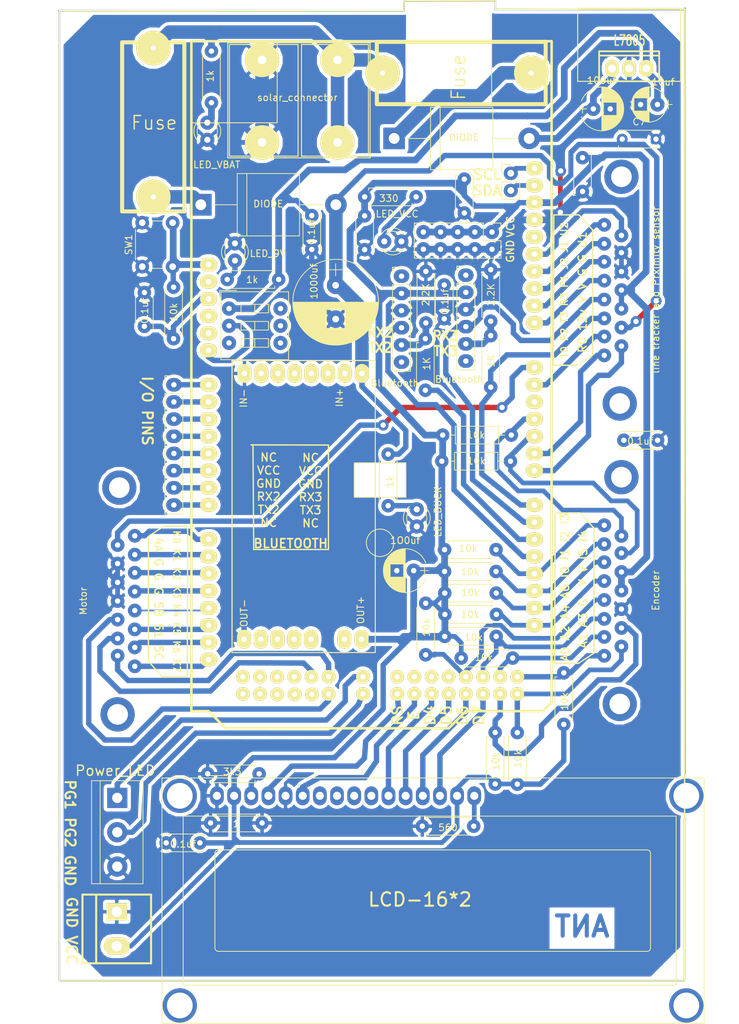
<source format=kicad_pcb>
(kicad_pcb (version 20171130) (host pcbnew no-vcs-found-b47a06e~61~ubuntu16.04.1)
  (layers (0 F.Cu signal) (31 B.Cu signal) (34 B.Paste user) (35 F.Paste user) (36 B.SilkS user) (37 F.SilkS user) (38 B.Mask user) (39 F.Mask user) (44 Edge.Cuts user))
  (net 0 "")
  (net 1 GND)
  (net 2 VCC)
  (net 3 +9V)
  (net 4 "Net-(C10-Pad1)")
  (net 5 "Net-(D1-Pad2)")
  (net 6 "Net-(D2-Pad2)")
  (net 7 "Net-(D3-Pad1)")
  (net 8 "Net-(D4-Pad1)")
  (net 9 "Net-(D5-Pad2)")
  (net 10 "Net-(D6-Pad2)")
  (net 11 /PC6)
  (net 12 /PC4)
  (net 13 /PC0)
  (net 14 "Net-(DS1-Pad3)")
  (net 15 +12V)
  (net 16 "Net-(J2-Pad5)")
  (net 17 /RX2)
  (net 18 /OC5C)
  (net 19 /OC5A)
  (net 20 /OC5B)
  (net 21 /OC4A)
  (net 22 /PK7)
  (net 23 /PK6)
  (net 24 /PK5)
  (net 25 /PK4)
  (net 26 /PK3)
  (net 27 /PK2)
  (net 28 /PK1)
  (net 29 /PK0)
  (net 30 /PG0)
  (net 31 /RX3)
  (net 32 "Net-(J5-Pad5)")
  (net 33 /PA5)
  (net 34 /PA3)
  (net 35 /PA1)
  (net 36 /INT3)
  (net 37 /INT5)
  (net 38 /PA4)
  (net 39 /PA2)
  (net 40 /PA0)
  (net 41 /INT2)
  (net 42 /INT4)
  (net 43 /PF7)
  (net 44 /PF6)
  (net 45 /PF5)
  (net 46 /PF4)
  (net 47 /PF3)
  (net 48 /PF2)
  (net 49 /PF1)
  (net 50 /PF0)
  (net 51 /JPULSE1)
  (net 52 /TX0)
  (net 53 /TX3)
  (net 54 /RX0)
  (net 55 /TX2)
  (net 56 /RESET)
  (net 57 /5V)
  (net 58 /VIN)
  (net 59 /UEN1)
  (net 60 /UEN2)
  (net 61 /JPULSE2)
  (net 62 /OC4C)
  (net 63 /INT0)
  (net 64 /OC3A)
  (net 65 /E)
  (net 66 /INT1)
  (net 67 /PA7)
  (net 68 /PG1)
  (net 69 /PA6)
  (net 70 "Net-(DS1-Pad16)")
  (net 71 /12vv)
  (net 72 "Net-(DS1-Pad10)")
  (net 73 "Net-(DS1-Pad9)")
  (net 74 "Net-(DS1-Pad8)")
  (net 75 "Net-(DS1-Pad7)")
  (net 76 "Net-(J2-Pad6)")
  (net 77 "Net-(J2-Pad1)")
  (net 78 "Net-(J5-Pad1)")
  (net 79 "Net-(J5-Pad6)")
  (net 80 "Net-(U1-PadGND2)")
  (net 81 "Net-(U1-PadGND1)")
  (net 82 "Net-(U1-Pad3V3)")
  (net 83 "Net-(U1-Pad4)")
  (net 84 "Net-(U1-Pad13)")
  (net 85 /PL1)
  (net 86 /MISO)
  (net 87 /MOSI)
  (net 88 /SCK)
  (net 89 /PB0)
  (net 90 "Net-(U1-PadGND4)")
  (net 91 "Net-(U1-PadGND5)")
  (module Mods:ARDUINO_MEGA_SHIELD (layer F.Cu) (at 99.8982 26.1366 270)
    (fp_text reference U1 hide)
    (fp_text value Arduino_Mega hide)
    (pad 47 thru_hole circle (at 96.5835 -17.8435 270) (size 2.032 2.032) (drill 0.762) (layers *.Cu *.Mask F.SilkS))
    (pad 49 thru_hole circle (at 96.5835 -15.3035 270) (size 2.032 2.032) (drill 0.762) (layers *.Cu *.Mask F.SilkS))
    (pad 21 thru_hole oval (at 18.796 -50.8) (size 2.54 2.032) (drill 0.8128) (layers *.Cu *.Mask F.SilkS) (net 63 /INT0))
    (pad 20 thru_hole oval (at 21.336 -50.8) (size 2.54 2.032) (drill 0.8128) (layers *.Cu *.Mask F.SilkS) (net 66 /INT1))
    (pad 14 thru_hole oval (at 68.58 -50.8) (size 2.54 2.032) (drill 0.8128) (layers *.Cu *.Mask F.SilkS) (net 53 /TX3))
    (pad 15 thru_hole oval (at 71.12 -50.8) (size 2.54 2.032) (drill 0.8128) (layers *.Cu *.Mask F.SilkS) (net 31 /RX3))
    (pad 16 thru_hole oval (at 73.66 -50.8) (size 2.54 2.032) (drill 0.8128) (layers *.Cu *.Mask F.SilkS) (net 55 /TX2))
    (pad 17 thru_hole oval (at 76.2 -50.8) (size 2.54 2.032) (drill 0.8128) (layers *.Cu *.Mask F.SilkS) (net 17 /RX2))
    (pad 18 thru_hole oval (at 78.74 -50.8) (size 2.54 2.032) (drill 0.8128) (layers *.Cu *.Mask F.SilkS) (net 36 /INT3))
    (pad 19 thru_hole oval (at 81.28 -50.8) (size 2.54 2.032) (drill 0.8128) (layers *.Cu *.Mask F.SilkS) (net 41 /INT2))
    (pad 20 thru_hole oval (at 83.82 -50.8) (size 2.54 2.032) (drill 0.8128) (layers *.Cu *.Mask F.SilkS) (net 66 /INT1))
    (pad 21 thru_hole oval (at 86.36 -50.8) (size 2.54 2.032) (drill 0.8128) (layers *.Cu *.Mask F.SilkS) (net 63 /INT0))
    (pad AD15 thru_hole oval (at 91.44 -2.54) (size 2.54 2.032) (drill 0.8128) (layers *.Cu *.Mask F.SilkS) (net 22 /PK7))
    (pad AD14 thru_hole oval (at 88.9 -2.54) (size 2.54 2.032) (drill 0.8128) (layers *.Cu *.Mask F.SilkS) (net 23 /PK6))
    (pad AD13 thru_hole oval (at 86.36 -2.54) (size 2.54 2.032) (drill 0.8128) (layers *.Cu *.Mask F.SilkS) (net 24 /PK5))
    (pad AD12 thru_hole oval (at 83.82 -2.54) (size 2.54 2.032) (drill 0.8128) (layers *.Cu *.Mask F.SilkS) (net 25 /PK4))
    (pad AD8 thru_hole oval (at 73.66 -2.54) (size 2.54 2.032) (drill 0.8128) (layers *.Cu *.Mask F.SilkS) (net 29 /PK0))
    (pad AD7 thru_hole oval (at 68.58 -2.54) (size 2.54 2.032) (drill 0.8128) (layers *.Cu *.Mask F.SilkS) (net 43 /PF7))
    (pad AD6 thru_hole oval (at 66.04 -2.54) (size 2.54 2.032) (drill 0.8128) (layers *.Cu *.Mask F.SilkS) (net 44 /PF6))
    (pad AD9 thru_hole oval (at 76.2 -2.54) (size 2.54 2.032) (drill 0.8128) (layers *.Cu *.Mask F.SilkS) (net 28 /PK1))
    (pad AD10 thru_hole oval (at 78.74 -2.54) (size 2.54 2.032) (drill 0.8128) (layers *.Cu *.Mask F.SilkS) (net 27 /PK2))
    (pad AD11 thru_hole oval (at 81.28 -2.54) (size 2.54 2.032) (drill 0.8128) (layers *.Cu *.Mask F.SilkS) (net 26 /PK3))
    (pad AD5 thru_hole oval (at 63.5 -2.54) (size 2.54 2.032) (drill 0.8128) (layers *.Cu *.Mask F.SilkS) (net 45 /PF5))
    (pad AD4 thru_hole oval (at 60.96 -2.54) (size 2.54 2.032) (drill 0.8128) (layers *.Cu *.Mask F.SilkS) (net 46 /PF4))
    (pad AD3 thru_hole oval (at 58.42 -2.54) (size 2.54 2.032) (drill 0.8128) (layers *.Cu *.Mask F.SilkS) (net 47 /PF3))
    (pad AD0 thru_hole oval (at 50.8 -2.54) (size 2.54 2.032) (drill 0.8128) (layers *.Cu *.Mask F.SilkS) (net 50 /PF0))
    (pad AD1 thru_hole oval (at 53.34 -2.54) (size 2.54 2.032) (drill 0.8128) (layers *.Cu *.Mask F.SilkS) (net 49 /PF1))
    (pad AD2 thru_hole oval (at 55.88 -2.54) (size 2.54 2.032) (drill 0.8128) (layers *.Cu *.Mask F.SilkS) (net 48 /PF2))
    (pad V_IN thru_hole oval (at 45.72 -2.54) (size 2.54 2.032) (drill 0.8128) (layers *.Cu *.Mask F.SilkS) (net 58 /VIN))
    (pad GND2 thru_hole oval (at 43.18 -2.54) (size 2.54 2.032) (drill 0.8128) (layers *.Cu *.Mask F.SilkS) (net 80 "Net-(U1-PadGND2)"))
    (pad GND1 thru_hole oval (at 40.64 -2.54) (size 2.54 2.032) (drill 0.8128) (layers *.Cu *.Mask F.SilkS) (net 81 "Net-(U1-PadGND1)"))
    (pad 3V3 thru_hole oval (at 35.56 -2.54) (size 2.54 2.032) (drill 0.8128) (layers *.Cu *.Mask F.SilkS) (net 82 "Net-(U1-Pad3V3)"))
    (pad RST thru_hole oval (at 33.02 -2.54) (size 2.54 2.032) (drill 0.8128) (layers *.Cu *.Mask F.SilkS) (net 56 /RESET))
    (pad 0 thru_hole oval (at 63.5 -50.8) (size 2.54 2.032) (drill 0.8128) (layers *.Cu *.Mask F.SilkS) (net 54 /RX0))
    (pad 1 thru_hole oval (at 60.96 -50.8) (size 2.54 2.032) (drill 0.8128) (layers *.Cu *.Mask F.SilkS) (net 52 /TX0))
    (pad 2 thru_hole oval (at 58.42 -50.8) (size 2.54 2.032) (drill 0.8128) (layers *.Cu *.Mask F.SilkS) (net 42 /INT4))
    (pad 3 thru_hole oval (at 55.88 -50.8) (size 2.54 2.032) (drill 0.8128) (layers *.Cu *.Mask F.SilkS) (net 37 /INT5))
    (pad 4 thru_hole oval (at 53.34 -50.8) (size 2.54 2.032) (drill 0.8128) (layers *.Cu *.Mask F.SilkS) (net 83 "Net-(U1-Pad4)"))
    (pad 5 thru_hole oval (at 50.8 -50.8) (size 2.54 2.032) (drill 0.8128) (layers *.Cu *.Mask F.SilkS) (net 64 /OC3A))
    (pad 6 thru_hole oval (at 48.26 -50.8) (size 2.54 2.032) (drill 0.8128) (layers *.Cu *.Mask F.SilkS) (net 21 /OC4A))
    (pad 8 thru_hole oval (at 41.656 -50.8) (size 2.54 2.032) (drill 0.8128) (layers *.Cu *.Mask F.SilkS) (net 62 /OC4C))
    (pad 9 thru_hole oval (at 39.116 -50.8) (size 2.54 2.032) (drill 0.8128) (layers *.Cu *.Mask F.SilkS) (net 61 /JPULSE2))
    (pad 10 thru_hole oval (at 36.576 -50.8) (size 2.54 2.032) (drill 0.8128) (layers *.Cu *.Mask F.SilkS) (net 51 /JPULSE1))
    (pad 11 thru_hole oval (at 34.036 -50.8) (size 2.54 2.032) (drill 0.8128) (layers *.Cu *.Mask F.SilkS) (net 60 /UEN2))
    (pad 12 thru_hole oval (at 31.496 -50.8) (size 2.54 2.032) (drill 0.8128) (layers *.Cu *.Mask F.SilkS) (net 59 /UEN1))
    (pad 13 thru_hole oval (at 28.956 -50.8) (size 2.54 2.032) (drill 0.8128) (layers *.Cu *.Mask F.SilkS) (net 84 "Net-(U1-Pad13)"))
    (pad GND3 thru_hole oval (at 26.416 -50.8) (size 2.54 2.032) (drill 0.8128) (layers *.Cu *.Mask F.SilkS) (net 1 GND))
    (pad AREF thru_hole oval (at 23.876 -50.8) (size 2.54 2.032) (drill 0.8128) (layers *.Cu *.Mask F.SilkS) (net 2 VCC))
    (pad 5V thru_hole oval (at 38.1 -2.54) (size 2.54 2.032) (drill 0.8128) (layers *.Cu *.Mask F.SilkS) (net 57 /5V))
    (pad 22 thru_hole circle (at 93.98 -48.26 270) (size 2.032 2.032) (drill 0.762) (layers *.Cu *.Mask F.SilkS) (net 40 /PA0))
    (pad 23 thru_hole circle (at 96.52 -48.26 270) (size 2.032 2.032) (drill 0.762) (layers *.Cu *.Mask F.SilkS) (net 35 /PA1))
    (pad 24 thru_hole circle (at 93.98 -45.72 270) (size 2.032 2.032) (drill 0.762) (layers *.Cu *.Mask F.SilkS) (net 39 /PA2))
    (pad 25 thru_hole circle (at 96.52 -45.72 270) (size 2.032 2.032) (drill 0.762) (layers *.Cu *.Mask F.SilkS) (net 34 /PA3))
    (pad 26 thru_hole circle (at 93.98 -43.18 270) (size 2.032 2.032) (drill 0.762) (layers *.Cu *.Mask F.SilkS) (net 38 /PA4))
    (pad 27 thru_hole circle (at 96.52 -43.18 270) (size 2.032 2.032) (drill 0.762) (layers *.Cu *.Mask F.SilkS) (net 33 /PA5))
    (pad 28 thru_hole circle (at 93.98 -40.64 270) (size 2.032 2.032) (drill 0.762) (layers *.Cu *.Mask F.SilkS) (net 69 /PA6))
    (pad 29 thru_hole circle (at 96.52 -40.64 270) (size 2.032 2.032) (drill 0.762) (layers *.Cu *.Mask F.SilkS) (net 67 /PA7))
    (pad 31 thru_hole circle (at 96.52 -38.1 270) (size 2.032 2.032) (drill 0.762) (layers *.Cu *.Mask F.SilkS) (net 11 /PC6))
    (pad 30 thru_hole circle (at 93.98 -38.1 270) (size 2.032 2.032) (drill 0.762) (layers *.Cu *.Mask F.SilkS))
    (pad 32 thru_hole circle (at 93.98 -35.56 270) (size 2.032 2.032) (drill 0.762) (layers *.Cu *.Mask F.SilkS))
    (pad 33 thru_hole circle (at 96.52 -35.56 270) (size 2.032 2.032) (drill 0.762) (layers *.Cu *.Mask F.SilkS) (net 12 /PC4))
    (pad 34 thru_hole circle (at 93.98 -33.02 270) (size 2.032 2.032) (drill 0.762) (layers *.Cu *.Mask F.SilkS))
    (pad 35 thru_hole circle (at 96.52 -33.02 270) (size 2.032 2.032) (drill 0.762) (layers *.Cu *.Mask F.SilkS) (net 65 /E))
    (pad 36 thru_hole circle (at 93.98 -30.48 270) (size 2.032 2.032) (drill 0.762) (layers *.Cu *.Mask F.SilkS))
    (pad 37 thru_hole circle (at 96.52 -30.48 270) (size 2.032 2.032) (drill 0.762) (layers *.Cu *.Mask F.SilkS) (net 13 /PC0))
    (pad 40 thru_hole circle (at 93.98 -25.4 270) (size 2.032 2.032) (drill 0.762) (layers *.Cu *.Mask F.SilkS) (net 68 /PG1))
    (pad 41 thru_hole circle (at 96.52 -25.4 270) (size 2.032 2.032) (drill 0.762) (layers *.Cu *.Mask F.SilkS) (net 30 /PG0))
    (pad 44 thru_hole circle (at 93.98 -20.32 270) (size 2.032 2.032) (drill 0.762) (layers *.Cu *.Mask F.SilkS) (net 18 /OC5C))
    (pad 45 thru_hole circle (at 96.52 -20.32 270) (size 2.032 2.032) (drill 0.762) (layers *.Cu *.Mask F.SilkS) (net 20 /OC5B))
    (pad 46 thru_hole circle (at 93.98 -17.78 270) (size 2.032 2.032) (drill 0.762) (layers *.Cu *.Mask F.SilkS) (net 19 /OC5A))
    (pad 48 thru_hole circle (at 93.98 -15.24 270) (size 2.032 2.032) (drill 0.762) (layers *.Cu *.Mask F.SilkS) (net 85 /PL1))
    (pad 50 thru_hole circle (at 93.98 -12.7 270) (size 2.032 2.032) (drill 0.762) (layers *.Cu *.Mask F.SilkS) (net 86 /MISO))
    (pad 51 thru_hole circle (at 96.5835 -12.7 270) (size 2.032 2.032) (drill 0.762) (layers *.Cu *.Mask F.SilkS) (net 87 /MOSI))
    (pad 52 thru_hole circle (at 93.98 -10.16 270) (size 2.032 2.032) (drill 0.762) (layers *.Cu *.Mask F.SilkS) (net 88 /SCK))
    (pad 53 thru_hole circle (at 96.52 -10.16 270) (size 2.032 2.032) (drill 0.762) (layers *.Cu *.Mask F.SilkS) (net 89 /PB0))
    (pad GND4 thru_hole circle (at 93.98 -7.62 270) (size 2.032 2.032) (drill 0.762) (layers *.Cu *.Mask F.SilkS) (net 90 "Net-(U1-PadGND4)"))
    (pad GND5 thru_hole circle (at 96.52 -7.62 270) (size 2.032 2.032) (drill 0.762) (layers *.Cu *.Mask F.SilkS) (net 91 "Net-(U1-PadGND5)"))
  )
  (module Mods:Buck (layer F.Cu) (at 105.918 73.3552)
    (fp_text reference U3 hide)
    (fp_text value LM2596-PSU hide)
    (fp_text user OUT- (at 1.778 37.338 90) (layer F.SilkS))
    (fp_text user OUT+ (at 19.05 36.8935 90) (layer F.SilkS))
    (fp_text user IN- (at 1.7145 5.588 90) (layer F.SilkS))
    (fp_text user IN+ (at 15.9004 5.4864 90) (layer F.SilkS))
    (pad 15 thru_hole oval (at 16.637 41.2115) (size 2.1 2.8) (drill 0.8) (layers *.Cu *.Mask F.SilkS))
    (pad 14 thru_hole oval (at 11.684 41.2115) (size 2.1 2.8) (drill 0.8) (layers *.Cu *.Mask F.SilkS))
    (pad 13 thru_hole oval (at 9.2075 41.2115) (size 2.1 2.8) (drill 0.8) (layers *.Cu *.Mask F.SilkS))
    (pad 6 thru_hole oval (at 6.731 41.2115) (size 2.1 2.8) (drill 0.8) (layers *.Cu *.Mask F.SilkS))
    (pad 5 thru_hole oval (at 4.2545 41.2115) (size 2.1 2.8) (drill 0.8) (layers *.Cu *.Mask F.SilkS))
    (pad 3 thru_hole oval (at 1.778 41.2115) (size 2.1 2.8) (drill 0.8) (layers *.Cu *.Mask F.SilkS) (net 1 GND))
    (pad 4 thru_hole oval (at 19.177 41.2115) (size 2.1 2.8) (drill 0.8) (layers *.Cu *.Mask F.SilkS) (net 2 VCC))
    (pad 1 thru_hole oval (at 19.2405 1.905) (size 2.1 2.8) (drill 0.8) (layers *.Cu *.Mask F.SilkS) (net 71 /12vv))
    (pad 2 thru_hole oval (at 1.8415 1.905) (size 2.1 2.8) (drill 0.8) (layers *.Cu *.Mask F.SilkS) (net 1 GND))
    (pad 7 thru_hole oval (at 4.318 1.905) (size 2.1 2.8) (drill 0.8) (layers *.Cu *.Mask F.SilkS))
    (pad 8 thru_hole oval (at 6.7945 1.905) (size 2.1 2.8) (drill 0.8) (layers *.Cu *.Mask F.SilkS))
    (pad 9 thru_hole oval (at 9.271 1.905) (size 2.1 2.8) (drill 0.8) (layers *.Cu *.Mask F.SilkS))
    (pad 10 thru_hole oval (at 11.7475 1.905) (size 2.1 2.8) (drill 0.8) (layers *.Cu *.Mask F.SilkS))
    (pad 11 thru_hole oval (at 14.224 1.905) (size 2.1 2.8) (drill 0.8) (layers *.Cu *.Mask F.SilkS))
    (pad 12 thru_hole oval (at 16.7005 1.905) (size 2.1 2.8) (drill 0.8) (layers *.Cu *.Mask F.SilkS))
  )
  (module Diodes_THT:D_P600_R-6_P20.00mm_Horizontal (layer F.Cu) (at 101.2952 50.3174)
    (fp_text reference D4 hide)
    (fp_text value DIODE (at 9.9822 -0.127) (layer F.SilkS))
    (pad 1 thru_hole rect (at 0 0) (size 3.2 3.2) (drill 1.6) (layers *.Cu *.Mask) (net 8 "Net-(D4-Pad1)"))
    (pad 2 thru_hole oval (at 20 0) (size 3.2 3.2) (drill 1.6) (layers *.Cu *.Mask) (net 71 /12vv))
  )
  (module Mods:FUSE (layer F.Cu) (at 139.63904 31.33852)
    (fp_text reference F1 hide)
    (fp_text value Fuse (at -0.2032 0.127 -90) (layer F.SilkS) (effects (font (size 2 2) (thickness 0.2))))
    (pad 1 thru_hole circle (at 10.5691 -0.5304 90) (size 5.08 5.08) (drill 0.762) (layers *.Cu *.Mask F.SilkS) (net 7 "Net-(D3-Pad1)"))
    (pad 2 thru_hole circle (at -11.4309 -0.5054 90) (size 5.08 5.08) (drill 0.762) (layers *.Cu *.Mask F.SilkS) (net 15 +12V))
  )
  (module Pin_Headers:Pin_Header_Straight_2x05_Pitch2.54mm (layer F.Cu) (at 144.4117 54.356 270)
    (fp_text reference J1 hide)
    (fp_text value VCC_GND hide)
    (pad 1 thru_hole oval (at 0 0 270) (size 2.1 2.1) (drill 0.8) (layers *.Cu *.Mask) (net 2 VCC))
    (pad 2 thru_hole oval (at 2.54 0 270) (size 2.1 2.1) (drill 0.8) (layers *.Cu *.Mask) (net 1 GND))
    (pad 3 thru_hole oval (at 0 2.54 270) (size 2.1 2.1) (drill 0.8) (layers *.Cu *.Mask) (net 2 VCC))
    (pad 4 thru_hole oval (at 2.54 2.54 270) (size 2.1 2.1) (drill 0.8) (layers *.Cu *.Mask) (net 1 GND))
    (pad 5 thru_hole oval (at 0 5.08 270) (size 2.1 2.1) (drill 0.8) (layers *.Cu *.Mask) (net 2 VCC))
    (pad 6 thru_hole oval (at 2.54 5.08 270) (size 2.1 2.1) (drill 0.8) (layers *.Cu *.Mask) (net 1 GND))
    (pad 7 thru_hole oval (at 0 7.62 270) (size 2.1 2.1) (drill 0.8) (layers *.Cu *.Mask) (net 2 VCC))
    (pad 8 thru_hole oval (at 2.54 7.62 270) (size 2.1 2.1) (drill 0.8) (layers *.Cu *.Mask) (net 1 GND))
    (pad 9 thru_hole oval (at 0 10.16 270) (size 2.1 2.1) (drill 0.8) (layers *.Cu *.Mask) (net 2 VCC))
    (pad 10 thru_hole oval (at 2.54 10.16 270) (size 2.1 2.1) (drill 0.8) (layers *.Cu *.Mask) (net 1 GND))
  )
  (module Pin_Headers:Pin_Header_Straight_1x06_Pitch2.54mm (layer F.Cu) (at 131.0132 60.8838)
    (fp_text reference J2 hide)
    (fp_text value Bluetooth (at -1.0033 15.8115) (layer F.SilkS))
    (pad 6 thru_hole oval (at 0 12.7) (size 2.3 2) (drill 0.8) (layers *.Cu *.Mask) (net 76 "Net-(J2-Pad6)"))
    (pad 5 thru_hole oval (at 0 10.16) (size 2.3 2) (drill 0.8) (layers *.Cu *.Mask) (net 16 "Net-(J2-Pad5)"))
    (pad 4 thru_hole oval (at 0 7.62) (size 2.3 2) (drill 0.8) (layers *.Cu *.Mask) (net 17 /RX2))
    (pad 3 thru_hole oval (at 0 5.08) (size 2.3 2) (drill 0.8) (layers *.Cu *.Mask) (net 1 GND))
    (pad 2 thru_hole oval (at 0 2.54) (size 2.3 2) (drill 0.8) (layers *.Cu *.Mask) (net 2 VCC))
    (pad 1 thru_hole oval (at 0 0) (size 2.3 2) (drill 0.8) (layers *.Cu *.Mask) (net 77 "Net-(J2-Pad1)"))
  )
  (module Pin_Headers:Pin_Header_Straight_1x06_Pitch2.54mm (layer F.Cu) (at 140.5382 60.7314)
    (fp_text reference J5 hide)
    (fp_text value Bluetooth (at -0.9906 15.3924) (layer F.SilkS))
    (pad 1 thru_hole oval (at 0 0) (size 2.3 2) (drill 0.8) (layers *.Cu *.Mask) (net 78 "Net-(J5-Pad1)"))
    (pad 2 thru_hole oval (at 0 2.54) (size 2.3 2) (drill 0.8) (layers *.Cu *.Mask) (net 2 VCC))
    (pad 3 thru_hole oval (at 0 5.08) (size 2.3 2) (drill 0.8) (layers *.Cu *.Mask) (net 1 GND))
    (pad 4 thru_hole oval (at 0 7.62) (size 2.3 2) (drill 0.8) (layers *.Cu *.Mask) (net 31 /RX3))
    (pad 5 thru_hole oval (at 0 10.16) (size 2.3 2) (drill 0.8) (layers *.Cu *.Mask) (net 32 "Net-(J5-Pad5)"))
    (pad 6 thru_hole oval (at 0 12.7) (size 2.3 2) (drill 0.8) (layers *.Cu *.Mask) (net 79 "Net-(J5-Pad6)"))
  )
  (module Pin_Headers:Pin_Header_Straight_1x08_Pitch2.54mm (layer F.Cu) (at 97.3074 76.9366)
    (fp_text reference J7 hide)
    (fp_text value "I/O Pins ")
    (pad 8 thru_hole oval (at 0 17.78) (size 2.3 2) (drill 0.8) (layers *.Cu *.Mask) (net 43 /PF7))
    (pad 7 thru_hole oval (at 0 15.24) (size 2.3 2) (drill 0.8) (layers *.Cu *.Mask) (net 44 /PF6))
    (pad 6 thru_hole oval (at 0 12.7) (size 2.3 2) (drill 0.8) (layers *.Cu *.Mask) (net 45 /PF5))
    (pad 5 thru_hole oval (at 0 10.16) (size 2.3 2) (drill 0.8) (layers *.Cu *.Mask) (net 46 /PF4))
    (pad 4 thru_hole oval (at 0 7.62) (size 2.3 2) (drill 0.8) (layers *.Cu *.Mask) (net 47 /PF3))
    (pad 3 thru_hole oval (at 0 5.08) (size 2.3 2) (drill 0.8) (layers *.Cu *.Mask) (net 48 /PF2))
    (pad 2 thru_hole oval (at 0 2.54) (size 2.3 2) (drill 0.8) (layers *.Cu *.Mask) (net 49 /PF1))
    (pad 1 thru_hole oval (at 0 0) (size 2.3 2) (drill 0.8) (layers *.Cu *.Mask) (net 50 /PF0))
  )
  (module Mods:Cap_100uF (layer F.Cu) (at 132.8166 104.4194 180)
    (fp_text reference C13 hide)
    (fp_text value 1O0uf (at 1.25 4.46 180) (layer F.SilkS))
    (pad 2 thru_hole circle (at 2.5 0 180) (size 2.1 2.1) (drill 0.8) (layers *.Cu *.Mask) (net 1 GND))
    (pad 1 thru_hole circle (at 0 0 180) (size 2.1 2.1) (drill 0.8) (layers *.Cu *.Mask) (net 2 VCC))
  )
  (module Mods:LCD-16*2 (layer F.Cu) (at 103.6828 137.7188)
    (fp_text reference DS1 hide)
    (fp_text value LCD-16*2 (at 30.0609 15.3416) (layer F.SilkS) (effects (font (size 2 2) (thickness 0.3))))
    (pad "" thru_hole circle (at 69.5 0) (size 5.08 5.08) (drill 3.81) (layers *.Cu *.Mask))
    (pad "" thru_hole circle (at 69.49948 31.0007) (size 5.08 5.08) (drill 3.81) (layers *.Cu *.Mask))
    (pad "" thru_hole circle (at -5.4991 31.0007) (size 5.08 5.08) (drill 3.81) (layers *.Cu *.Mask))
    (pad "" thru_hole circle (at -5.4991 0) (size 5.08 5.08) (drill 3.81) (layers *.Cu *.Mask))
    (pad 16 thru_hole oval (at 38.1 0) (size 2.032 2.794) (drill 1.2) (layers *.Cu *.Mask) (net 70 "Net-(DS1-Pad16)"))
    (pad 15 thru_hole oval (at 35.56 0) (size 2.032 2.794) (drill 1.2) (layers *.Cu *.Mask) (net 2 VCC))
    (pad 14 thru_hole oval (at 33.02 0) (size 2.032 2.794) (drill 1.2) (layers *.Cu *.Mask) (net 33 /PA5))
    (pad 13 thru_hole oval (at 30.48 0) (size 2.032 2.794) (drill 1.2) (layers *.Cu *.Mask) (net 67 /PA7))
    (pad 12 thru_hole oval (at 27.94 0) (size 2.032 2.794) (drill 1.2) (layers *.Cu *.Mask) (net 11 /PC6))
    (pad 11 thru_hole oval (at 25.4 0) (size 2.032 2.794) (drill 1.2) (layers *.Cu *.Mask) (net 12 /PC4))
    (pad 10 thru_hole oval (at 22.86 0) (size 2.032 2.794) (drill 1.2) (layers *.Cu *.Mask) (net 72 "Net-(DS1-Pad10)"))
    (pad 9 thru_hole oval (at 20.32 0) (size 2.032 2.794) (drill 1.2) (layers *.Cu *.Mask) (net 73 "Net-(DS1-Pad9)"))
    (pad 8 thru_hole oval (at 17.78 0) (size 2.032 2.794) (drill 1.2) (layers *.Cu *.Mask) (net 74 "Net-(DS1-Pad8)"))
    (pad 7 thru_hole oval (at 15.24 0) (size 2.032 2.794) (drill 1.2) (layers *.Cu *.Mask) (net 75 "Net-(DS1-Pad7)"))
    (pad 6 thru_hole oval (at 12.7 0) (size 2.032 2.794) (drill 1.2) (layers *.Cu *.Mask) (net 65 /E))
    (pad 5 thru_hole oval (at 10.16 0) (size 2.032 2.794) (drill 1.2) (layers *.Cu *.Mask) (net 1 GND))
    (pad 4 thru_hole oval (at 7.62 0) (size 2.032 2.794) (drill 1.2) (layers *.Cu *.Mask) (net 13 /PC0))
    (pad 3 thru_hole oval (at 5.08 0) (size 2.032 2.794) (drill 1.2) (layers *.Cu *.Mask) (net 14 "Net-(DS1-Pad3)"))
    (pad 2 thru_hole oval (at 2.54 0) (size 2.032 2.794) (drill 1.2) (layers *.Cu *.Mask) (net 2 VCC))
    (pad 1 thru_hole oval (at 0 0) (size 2.032 2.794) (drill 1.2) (layers *.Cu *.Mask) (net 1 GND))
  )
  (module Mods:bornier2-medium (layer F.Cu) (at 88.8492 157.4038 270)
    (fp_text reference J11 hide)
    (fp_text value Conn_01x02 hide)
    (pad 1 thru_hole rect (at -2.54 0 270) (size 2.54 3.048) (drill 1.524) (layers *.Cu *.Mask F.SilkS) (net 1 GND))
    (pad 2 thru_hole oval (at 2.54 0 270) (size 2.54 3.81) (drill 1.524) (layers *.Cu *.Mask F.SilkS) (net 2 VCC))
  )
  (module Mods:SolarConn (layer F.Cu) (at 115.951 41.0972)
    (fp_text reference J10 hide)
    (fp_text value solar_connector (at -0.3556 -6.6294) (layer F.SilkS))
    (pad 2 thru_hole circle (at 5.588 0) (size 5.08 5.08) (drill 1.27) (layers *.Cu *.Mask F.SilkS) (net 15 +12V))
    (pad 1 thru_hole circle (at -5.588 0) (size 5.08 5.08) (drill 1.27) (layers *.Cu *.Mask F.SilkS) (net 1 GND))
    (pad 2 thru_hole circle (at 5.588 -12.192) (size 5.08 5.08) (drill 1.27) (layers *.Cu *.Mask F.SilkS) (net 15 +12V))
    (pad 1 thru_hole circle (at -5.588 -12.192) (size 5.08 5.08) (drill 1.27) (layers *.Cu *.Mask F.SilkS) (net 1 GND))
  )
  (module LEDs:LED_D3.0mm (layer F.Cu) (at 106.3498 56.0324 270)
    (fp_text reference D2 hide)
    (fp_text value LED_9V (at 1.4986 -4.8514) (layer F.SilkS))
    (pad 2 thru_hole circle (at 2.54 0 270) (size 2.1 2.1) (drill 0.9) (layers *.Cu *.Mask) (net 6 "Net-(D2-Pad2)"))
    (pad 1 thru_hole circle (at 0 0 270) (size 2.1 2.1) (drill 0.9) (layers *.Cu *.Mask) (net 1 GND))
  )
  (module Capacitors_THT:C_Disc_D6.0mm_W2.5mm_P5.00mm (layer F.Cu) (at 92.9386 63.2968 270)
    (fp_text reference C1 hide)
    (fp_text value 0.1uf (at 2.6924 -0.0508 270) (layer F.SilkS))
    (pad 2 thru_hole circle (at 5 0 270) (size 2 2) (drill 0.8) (layers *.Cu *.Mask) (net 57 /5V))
    (pad 1 thru_hole circle (at 0 0 270) (size 2 2) (drill 0.8) (layers *.Cu *.Mask) (net 1 GND))
  )
  (module Capacitors_THT:C_Disc_D6.0mm_W2.5mm_P5.00mm (layer F.Cu) (at 140.3096 51.5366 90)
    (fp_text reference C2 hide)
    (fp_text value 0.1uf)
    (pad 1 thru_hole circle (at 0 0 90) (size 2 2) (drill 0.8) (layers *.Cu *.Mask) (net 1 GND))
    (pad 2 thru_hole circle (at 5 0 90) (size 2 2) (drill 0.8) (layers *.Cu *.Mask) (net 2 VCC))
  )
  (module Capacitors_THT:C_Disc_D6.0mm_W2.5mm_P5.00mm (layer F.Cu) (at 157.8102 43.3578 270)
    (fp_text reference C3 hide)
    (fp_text value 0.1uf)
    (pad 1 thru_hole circle (at 0 0 270) (size 2 2) (drill 0.8) (layers *.Cu *.Mask) (net 2 VCC))
    (pad 2 thru_hole circle (at 5 0 270) (size 2 2) (drill 0.8) (layers *.Cu *.Mask) (net 1 GND))
  )
  (module Capacitors_THT:C_Disc_D6.0mm_W2.5mm_P5.00mm (layer F.Cu) (at 96.1644 144.6784)
    (fp_text reference C4 hide)
    (fp_text value 0.1uf (at 2.4892 0.1778) (layer F.SilkS))
    (pad 1 thru_hole circle (at 0 0) (size 2 2) (drill 0.8) (layers *.Cu *.Mask) (net 1 GND))
    (pad 2 thru_hole circle (at 5 0) (size 2 2) (drill 0.8) (layers *.Cu *.Mask) (net 2 VCC))
  )
  (module Capacitors_THT:C_Disc_D6.0mm_W2.5mm_P5.00mm (layer F.Cu) (at 163.9316 85.1408)
    (fp_text reference C5 hide)
    (fp_text value 0.1uf (at 2.4384 0.127) (layer F.SilkS))
    (pad 2 thru_hole circle (at 5 0) (size 2 2) (drill 0.8) (layers *.Cu *.Mask) (net 1 GND))
    (pad 1 thru_hole circle (at 0 0) (size 2 2) (drill 0.8) (layers *.Cu *.Mask) (net 2 VCC))
  )
  (module Capacitors_THT:C_Disc_D6.0mm_W2.5mm_P5.00mm (layer F.Cu) (at 137.3378 62.1792 270)
    (fp_text reference C6 hide)
    (fp_text value 0.1uf (at 2.4892 -0.1016 270) (layer F.SilkS))
    (pad 1 thru_hole circle (at 0 0 270) (size 2 2) (drill 0.8) (layers *.Cu *.Mask) (net 2 VCC))
    (pad 2 thru_hole circle (at 5 0 270) (size 2 2) (drill 0.8) (layers *.Cu *.Mask) (net 1 GND))
  )
  (module Capacitors_THT:C_Disc_D6.0mm_W2.5mm_P5.00mm (layer F.Cu) (at 117.729 56.9214 90)
    (fp_text reference C8 hide)
    (fp_text value 0.1uf (at 2.5908 -0.0508 90) (layer F.SilkS))
    (pad 1 thru_hole circle (at 0 0 90) (size 2 2) (drill 0.8) (layers *.Cu *.Mask) (net 1 GND))
    (pad 2 thru_hole circle (at 5 0 90) (size 2 2) (drill 0.8) (layers *.Cu *.Mask) (net 3 +9V))
  )
  (module Capacitors_THT:C_Disc_D6.0mm_W2.5mm_P5.00mm (layer F.Cu) (at 125.5522 56.9595 90)
    (fp_text reference C9 hide)
    (fp_text value C hide)
    (pad 2 thru_hole circle (at 5 0 90) (size 2 2) (drill 0.8) (layers *.Cu *.Mask) (net 2 VCC))
    (pad 1 thru_hole circle (at 0 0 90) (size 2 2) (drill 0.8) (layers *.Cu *.Mask) (net 1 GND))
  )
  (module Mods:Cap_100uF (layer F.Cu) (at 159.42056 36.1442)
    (fp_text reference C10 hide)
    (fp_text value 100uf (at 1.2192 -4.2164 180) (layer F.SilkS))
    (pad 1 thru_hole circle (at 0 0) (size 2.1 2.1) (drill 0.8) (layers *.Cu *.Mask) (net 4 "Net-(C10-Pad1)"))
    (pad 2 thru_hole circle (at 2.5 0) (size 2.1 2.1) (drill 0.8) (layers *.Cu *.Mask) (net 1 GND))
  )
  (module Mods:Cao_1000uF (layer F.Cu) (at 121.2596 62.23 270)
    (fp_text reference C11 hide)
    (fp_text value 1000uf (at -0.5842 3.2004 270) (layer F.SilkS))
    (pad 2 thru_hole circle (at 5 0 270) (size 2.6 2.6) (drill 1) (layers *.Cu *.Mask) (net 1 GND))
    (pad 1 thru_hole circle (at 0 0 270) (size 2.6 2.6) (drill 1) (layers *.Cu *.Mask) (net 71 /12vv))
  )
  (module Mods:Cap_10uF (layer F.Cu) (at 168.91 35.4965 180)
    (fp_text reference C12 hide)
    (fp_text value 10uf (at -0.8382 3.3274 180) (layer F.SilkS))
    (pad 2 thru_hole circle (at 2.5 0 180) (size 2.1 2.1) (drill 0.8) (layers *.Cu *.Mask) (net 1 GND))
    (pad 1 thru_hole circle (at 0 0 180) (size 2.1 2.1) (drill 0.8) (layers *.Cu *.Mask) (net 3 +9V))
  )
  (module LEDs:LED_D3.0mm (layer F.Cu) (at 102.2604 40.7162 90)
    (fp_text reference D1 hide)
    (fp_text value LED_VBAT (at -3.683 1.397 180) (layer F.SilkS))
    (pad 2 thru_hole circle (at 2.54 0 90) (size 2.1 2.1) (drill 0.9) (layers *.Cu *.Mask) (net 5 "Net-(D1-Pad2)"))
    (pad 1 thru_hole circle (at 0 0 90) (size 2.1 2.1) (drill 0.9) (layers *.Cu *.Mask) (net 1 GND))
  )
  (module Diodes_THT:D_P600_R-6_P20.00mm_Horizontal (layer F.Cu) (at 129.921 40.513)
    (fp_text reference D3 hide)
    (fp_text value DIODE (at 10.3378 -0.1524) (layer F.SilkS))
    (pad 2 thru_hole oval (at 20 0) (size 3.2 3.2) (drill 1.6) (layers *.Cu *.Mask) (net 4 "Net-(C10-Pad1)"))
    (pad 1 thru_hole rect (at 0 0) (size 3.2 3.2) (drill 1.6) (layers *.Cu *.Mask) (net 7 "Net-(D3-Pad1)"))
  )
  (module LEDs:LED_D3.0mm (layer F.Cu) (at 131.0005 55.7403 180)
    (fp_text reference D5 hide)
    (fp_text value LED_VCC (at 0.635 4.064 180) (layer F.SilkS))
    (pad 1 thru_hole circle (at 0 0 180) (size 2.1 2.1) (drill 0.9) (layers *.Cu *.Mask) (net 1 GND))
    (pad 2 thru_hole circle (at 2.54 0 180) (size 2.1 2.1) (drill 0.9) (layers *.Cu *.Mask) (net 9 "Net-(D5-Pad2)"))
  )
  (module LEDs:LED_D3.0mm (layer F.Cu) (at 133.2738 97.8916 90)
    (fp_text reference D6 hide)
    (fp_text value LED_BUCK (at 2.1844 3.1242 90) (layer F.SilkS))
    (pad 1 thru_hole circle (at 0 0 90) (size 2.1 2.1) (drill 0.9) (layers *.Cu *.Mask) (net 1 GND))
    (pad 2 thru_hole circle (at 2.54 0 90) (size 2.1 2.1) (drill 0.9) (layers *.Cu *.Mask) (net 10 "Net-(D6-Pad2)"))
  )
  (module Mods:FUSE (layer F.Cu) (at 93.7514 38.5826 270)
    (fp_text reference F2 hide)
    (fp_text value Fuse (at -0.381 -0.635) (layer F.SilkS) (effects (font (size 2 2) (thickness 0.2))))
    (pad 1 thru_hole circle (at 10.5691 -0.5304) (size 5.08 5.08) (drill 0.762) (layers *.Cu *.Mask F.SilkS) (net 8 "Net-(D4-Pad1)"))
    (pad 2 thru_hole circle (at -11.4309 -0.5054) (size 5.08 5.08) (drill 0.762) (layers *.Cu *.Mask F.SilkS) (net 15 +12V))
  )
  (module Mods:DB15FC (layer F.Cu) (at 91.5162 118.5672 90)
    (fp_text reference J3 hide)
    (fp_text value Motor (at 9.65 -7.62 90) (layer F.SilkS))
    (pad 15 thru_hole circle (at 17.93 -2.54 90) (size 2.032 2.032) (drill 0.800001) (layers *.Cu *.Mask) (net 21 /OC4A))
    (pad 14 thru_hole circle (at 15.19 -2.54 90) (size 2.032 2.032) (drill 0.800001) (layers *.Cu *.Mask) (net 1 GND))
    (pad 13 thru_hole circle (at 12.4 -2.54 90) (size 2.032 2.032) (drill 0.800001) (layers *.Cu *.Mask) (net 1 GND))
    (pad 12 thru_hole circle (at 9.65 -2.54 90) (size 2.032 2.032) (drill 0.800001) (layers *.Cu *.Mask) (net 1 GND))
    (pad 11 thru_hole circle (at 6.91 -2.54 90) (size 2.032 2.032) (drill 0.800001) (layers *.Cu *.Mask) (net 20 /OC5B))
    (pad 10 thru_hole circle (at 4.11 -2.54 90) (size 2.032 2.032) (drill 0.800001) (layers *.Cu *.Mask) (net 19 /OC5A))
    (pad 9 thru_hole circle (at 1.57 -2.54 90) (size 2.032 2.032) (drill 0.800001) (layers *.Cu *.Mask) (net 18 /OC5C))
    (pad 8 thru_hole circle (at 19.3 0 90) (size 2.032 2.032) (drill 0.800001) (layers *.Cu *.Mask) (net 29 /PK0))
    (pad 7 thru_hole circle (at 16.51 0 90) (size 2.032 2.032) (drill 0.800001) (layers *.Cu *.Mask) (net 28 /PK1))
    (pad 6 thru_hole circle (at 13.84 0 90) (size 2.032 2.032) (drill 0.800001) (layers *.Cu *.Mask) (net 27 /PK2))
    (pad 5 thru_hole circle (at 11.05 0 90) (size 2.032 2.032) (drill 0.800001) (layers *.Cu *.Mask) (net 26 /PK3))
    (pad 4 thru_hole circle (at 8.25 0 90) (size 2.032 2.032) (drill 0.800001) (layers *.Cu *.Mask) (net 25 /PK4))
    (pad 3 thru_hole circle (at 5.46 0 90) (size 2.032 2.032) (drill 0.800001) (layers *.Cu *.Mask) (net 24 /PK5))
    (pad 2 thru_hole circle (at 2.79 0 90) (size 2.032 2.032) (drill 0.800001) (layers *.Cu *.Mask) (net 23 /PK6))
    (pad 1 thru_hole circle (at 0 0 90) (size 2.032 2.032) (drill 0.800001) (layers *.Cu *.Mask) (net 22 /PK7))
    (pad "" thru_hole circle (at -7.11 -2.54 90) (size 5.08 5.08) (drill 3.05) (layers *.Cu *.Mask))
    (pad "" thru_hole circle (at 26.42 -2.29 90) (size 5.08 5.08) (drill 3.05) (layers *.Cu *.Mask))
  )
  (module Mods:bornier3 (layer F.Cu) (at 88.9254 138.0236 270)
    (fp_text reference J4 hide)
    (fp_text value Power_LED (at -4.0259 0.2921) (layer F.SilkS) (effects (font (size 1.5 1.5) (thickness 0.2))))
    (pad 3 thru_hole circle (at 10.16 0 270) (size 3 3) (drill 1.52) (layers *.Cu *.Mask) (net 1 GND))
    (pad 2 thru_hole circle (at 5.08 0 270) (size 3 3) (drill 1.52) (layers *.Cu *.Mask) (net 30 /PG0))
    (pad 1 thru_hole rect (at 0 0 270) (size 3 3) (drill 1.52) (layers *.Cu *.Mask) (net 68 /PG1))
  )
  (module Mods:DB15FC (layer F.Cu) (at 161.036 97.7138 270)
    (fp_text reference J6 hide)
    (fp_text value Encoder (at 9.65 -7.62 270) (layer F.SilkS))
    (pad 15 thru_hole circle (at 17.93 -2.54 270) (size 2.032 2.032) (drill 0.800001) (layers *.Cu *.Mask) (net 35 /PA1))
    (pad 14 thru_hole circle (at 15.19 -2.54 270) (size 2.032 2.032) (drill 0.800001) (layers *.Cu *.Mask) (net 34 /PA3))
    (pad 13 thru_hole circle (at 12.4 -2.54 270) (size 2.032 2.032) (drill 0.800001) (layers *.Cu *.Mask) (net 1 GND))
    (pad 12 thru_hole circle (at 9.65 -2.54 270) (size 2.032 2.032) (drill 0.800001) (layers *.Cu *.Mask) (net 2 VCC))
    (pad 11 thru_hole circle (at 6.91 -2.54 270) (size 2.032 2.032) (drill 0.800001) (layers *.Cu *.Mask) (net 2 VCC))
    (pad 10 thru_hole circle (at 4.11 -2.54 270) (size 2.032 2.032) (drill 0.800001) (layers *.Cu *.Mask) (net 42 /INT4))
    (pad 9 thru_hole circle (at 1.57 -2.54 270) (size 2.032 2.032) (drill 0.800001) (layers *.Cu *.Mask) (net 37 /INT5))
    (pad 8 thru_hole circle (at 19.3 0 270) (size 2.032 2.032) (drill 0.800001) (layers *.Cu *.Mask) (net 40 /PA0))
    (pad 7 thru_hole circle (at 16.51 0 270) (size 2.032 2.032) (drill 0.800001) (layers *.Cu *.Mask) (net 39 /PA2))
    (pad 6 thru_hole circle (at 13.84 0 270) (size 2.032 2.032) (drill 0.800001) (layers *.Cu *.Mask) (net 38 /PA4))
    (pad 5 thru_hole circle (at 11.05 0 270) (size 2.032 2.032) (drill 0.800001) (layers *.Cu *.Mask) (net 69 /PA6))
    (pad 4 thru_hole circle (at 8.25 0 270) (size 2.032 2.032) (drill 0.800001) (layers *.Cu *.Mask) (net 63 /INT0))
    (pad 3 thru_hole circle (at 5.46 0 270) (size 2.032 2.032) (drill 0.800001) (layers *.Cu *.Mask) (net 66 /INT1))
    (pad 2 thru_hole circle (at 2.79 0 270) (size 2.032 2.032) (drill 0.800001) (layers *.Cu *.Mask) (net 41 /INT2))
    (pad 1 thru_hole circle (at 0 0 270) (size 2.032 2.032) (drill 0.800001) (layers *.Cu *.Mask) (net 36 /INT3))
    (pad "" thru_hole circle (at -7.11 -2.54 270) (size 5.08 5.08) (drill 3.05) (layers *.Cu *.Mask))
    (pad "" thru_hole circle (at 26.42 -2.29 270) (size 5.08 5.08) (drill 3.05) (layers *.Cu *.Mask))
  )
  (module Mods:DB15FC (layer F.Cu) (at 161.036 53.2892 270)
    (fp_text reference J9 hide)
    (fp_text value "line tracker and Prximity sensor" (at 9.65 -7.62 270) (layer F.SilkS))
    (pad "" thru_hole circle (at 26.42 -2.29 270) (size 5.08 5.08) (drill 3.05) (layers *.Cu *.Mask))
    (pad "" thru_hole circle (at -7.11 -2.54 270) (size 5.08 5.08) (drill 3.05) (layers *.Cu *.Mask))
    (pad 1 thru_hole circle (at 0 0 270) (size 2.032 2.032) (drill 0.800001) (layers *.Cu *.Mask) (net 60 /UEN2))
    (pad 2 thru_hole circle (at 2.79 0 270) (size 2.032 2.032) (drill 0.800001) (layers *.Cu *.Mask) (net 51 /JPULSE1))
    (pad 3 thru_hole circle (at 5.46 0 270) (size 2.032 2.032) (drill 0.800001) (layers *.Cu *.Mask) (net 61 /JPULSE2))
    (pad 4 thru_hole circle (at 8.25 0 270) (size 2.032 2.032) (drill 0.800001) (layers *.Cu *.Mask) (net 62 /OC4C))
    (pad 5 thru_hole circle (at 11.05 0 270) (size 2.032 2.032) (drill 0.800001) (layers *.Cu *.Mask) (net 31 /RX3))
    (pad 6 thru_hole circle (at 13.84 0 270) (size 2.032 2.032) (drill 0.800001) (layers *.Cu *.Mask) (net 53 /TX3))
    (pad 7 thru_hole circle (at 16.51 0 270) (size 2.032 2.032) (drill 0.800001) (layers *.Cu *.Mask) (net 64 /OC3A))
    (pad 8 thru_hole circle (at 19.3 0 270) (size 2.032 2.032) (drill 0.800001) (layers *.Cu *.Mask) (net 52 /TX0))
    (pad 9 thru_hole circle (at 1.57 -2.54 270) (size 2.032 2.032) (drill 0.800001) (layers *.Cu *.Mask) (net 59 /UEN1))
    (pad 10 thru_hole circle (at 4.11 -2.54 270) (size 2.032 2.032) (drill 0.800001) (layers *.Cu *.Mask) (net 1 GND))
    (pad 11 thru_hole circle (at 6.91 -2.54 270) (size 2.032 2.032) (drill 0.800001) (layers *.Cu *.Mask) (net 1 GND))
    (pad 12 thru_hole circle (at 9.65 -2.54 270) (size 2.032 2.032) (drill 0.800001) (layers *.Cu *.Mask) (net 2 VCC))
    (pad 13 thru_hole circle (at 12.4 -2.54 270) (size 2.032 2.032) (drill 0.800001) (layers *.Cu *.Mask) (net 2 VCC))
    (pad 14 thru_hole circle (at 15.19 -2.54 270) (size 2.032 2.032) (drill 0.800001) (layers *.Cu *.Mask) (net 71 /12vv))
    (pad 15 thru_hole circle (at 17.93 -2.54 270) (size 2.032 2.032) (drill 0.800001) (layers *.Cu *.Mask) (net 54 /RX0))
  )
  (module Mods:Res_Small (layer F.Cu) (at 134.5438 77.7494 90)
    (fp_text reference R1 hide)
    (fp_text value 1K (at 3.937 0.2032 90) (layer F.SilkS))
    (pad 2 thru_hole oval (at 7.62 0 90) (size 2 2) (drill 0.8) (layers *.Cu *.Mask) (net 16 "Net-(J2-Pad5)"))
    (pad 1 thru_hole oval (at 0 0 90) (size 2 2) (drill 0.8) (layers *.Cu *.Mask) (net 55 /TX2))
  )
  (module Mods:Res_Small (layer F.Cu) (at 134.62 67.7926 90)
    (fp_text reference R2 hide)
    (fp_text value 2.2K (at 4.1656 0 90) (layer F.SilkS))
    (pad 1 thru_hole oval (at 0 0 90) (size 2 2) (drill 0.8) (layers *.Cu *.Mask) (net 16 "Net-(J2-Pad5)"))
    (pad 2 thru_hole oval (at 7.62 0 90) (size 2 2) (drill 0.8) (layers *.Cu *.Mask) (net 1 GND))
  )
  (module Mods:Res_Small (layer F.Cu) (at 144.2212 77.2922 90)
    (fp_text reference R3 hide)
    (fp_text value 1K (at 3.9116 0.0508 90) (layer F.SilkS))
    (pad 2 thru_hole oval (at 7.62 0 90) (size 2 2) (drill 0.8) (layers *.Cu *.Mask) (net 32 "Net-(J5-Pad5)"))
    (pad 1 thru_hole oval (at 0 0 90) (size 2 2) (drill 0.8) (layers *.Cu *.Mask) (net 53 /TX3))
  )
  (module Mods:Res_Small (layer F.Cu) (at 144.2212 67.5386 90)
    (fp_text reference R4 hide)
    (fp_text value 2.2K (at 3.9116 0.0508 90) (layer F.SilkS))
    (pad 1 thru_hole oval (at 0 0 90) (size 2 2) (drill 0.8) (layers *.Cu *.Mask) (net 32 "Net-(J5-Pad5)"))
    (pad 2 thru_hole oval (at 7.62 0 90) (size 2 2) (drill 0.8) (layers *.Cu *.Mask) (net 1 GND))
  )
  (module Mods:Res_Small (layer F.Cu) (at 134.0866 142.2146)
    (fp_text reference R5 hide)
    (fp_text value 560 (at 3.81 0.2032) (layer F.SilkS))
    (pad 2 thru_hole oval (at 7.62 0) (size 2 2) (drill 0.8) (layers *.Cu *.Mask) (net 70 "Net-(DS1-Pad16)"))
    (pad 1 thru_hole oval (at 0 0) (size 2 2) (drill 0.8) (layers *.Cu *.Mask) (net 1 GND))
  )
  (module Mods:Res_Small (layer F.Cu) (at 137.4394 110.8964)
    (fp_text reference R6 hide)
    (fp_text value 10k (at 4.2418 3.3782) (layer F.SilkS))
    (pad 1 thru_hole oval (at 0 0) (size 2 2) (drill 0.8) (layers *.Cu *.Mask) (net 2 VCC))
    (pad 2 thru_hole oval (at 7.62 0) (size 2 2) (drill 0.8) (layers *.Cu *.Mask) (net 63 /INT0))
  )
  (module Mods:Res_Small (layer F.Cu) (at 137.414 107.7468)
    (fp_text reference R7 hide)
    (fp_text value 10k (at 3.7846 -0.0762) (layer F.SilkS))
    (pad 2 thru_hole oval (at 7.62 0) (size 2 2) (drill 0.8) (layers *.Cu *.Mask) (net 66 /INT1))
    (pad 1 thru_hole oval (at 0 0) (size 2 2) (drill 0.8) (layers *.Cu *.Mask) (net 2 VCC))
  )
  (module Mods:Res_Small (layer F.Cu) (at 137.3886 104.5464)
    (fp_text reference R8 hide)
    (fp_text value 10k (at 3.7592 0.0508) (layer F.SilkS))
    (pad 1 thru_hole oval (at 0 0) (size 2 2) (drill 0.8) (layers *.Cu *.Mask) (net 2 VCC))
    (pad 2 thru_hole oval (at 7.62 0) (size 2 2) (drill 0.8) (layers *.Cu *.Mask) (net 41 /INT2))
  )
  (module Mods:Res_Small (layer F.Cu) (at 137.3886 101.3206)
    (fp_text reference R9 hide)
    (fp_text value 10k (at 3.4798 -0.1778) (layer F.SilkS))
    (pad 2 thru_hole oval (at 7.62 0) (size 2 2) (drill 0.8) (layers *.Cu *.Mask) (net 36 /INT3))
    (pad 1 thru_hole oval (at 0 0) (size 2 2) (drill 0.8) (layers *.Cu *.Mask) (net 2 VCC))
  )
  (module Mods:Res_Small (layer F.Cu) (at 97.2566 70.1294 90)
    (fp_text reference R10 hide)
    (fp_text value 10k (at 3.937 0.0254 90) (layer F.SilkS))
    (pad 1 thru_hole oval (at 0 0 90) (size 2 2) (drill 0.8) (layers *.Cu *.Mask) (net 57 /5V))
    (pad 2 thru_hole oval (at 7.62 0 90) (size 2 2) (drill 0.8) (layers *.Cu *.Mask) (net 56 /RESET))
  )
  (module Mods:Res_Small (layer F.Cu) (at 102.87 35.2298 90)
    (fp_text reference R13 hide)
    (fp_text value 1k (at 3.937 -0.1778 90) (layer F.SilkS))
    (pad 1 thru_hole oval (at 0 0 90) (size 2 2) (drill 0.8) (layers *.Cu *.Mask) (net 5 "Net-(D1-Pad2)"))
    (pad 2 thru_hole oval (at 7.62 0 90) (size 2 2) (drill 0.8) (layers *.Cu *.Mask) (net 15 +12V))
  )
  (module Mods:Res_Small (layer F.Cu) (at 105.2068 61.3664)
    (fp_text reference R14 hide)
    (fp_text value 1k (at 3.683 0.0254) (layer F.SilkS))
    (pad 2 thru_hole oval (at 7.62 0) (size 2 2) (drill 0.8) (layers *.Cu *.Mask) (net 3 +9V))
    (pad 1 thru_hole oval (at 0 0) (size 2 2) (drill 0.8) (layers *.Cu *.Mask) (net 6 "Net-(D2-Pad2)"))
  )
  (module Mods:Res_Small (layer F.Cu) (at 125.5522 49.149)
    (fp_text reference R15 hide)
    (fp_text value 330 (at 3.5814 0.2286) (layer F.SilkS))
    (pad 1 thru_hole oval (at 0 0) (size 2 2) (drill 0.8) (layers *.Cu *.Mask) (net 2 VCC))
    (pad 2 thru_hole oval (at 7.62 0) (size 2 2) (drill 0.8) (layers *.Cu *.Mask) (net 9 "Net-(D5-Pad2)"))
  )
  (module Mods:Res_Small (layer F.Cu) (at 129.032 94.8182 90)
    (fp_text reference R16 hide)
    (fp_text value 1k (at 3.556 0.2794 90) (layer F.SilkS))
    (pad 1 thru_hole oval (at 0 0 90) (size 2 2) (drill 0.8) (layers *.Cu *.Mask) (net 10 "Net-(D6-Pad2)"))
    (pad 2 thru_hole oval (at 7.62 0 90) (size 2 2) (drill 0.8) (layers *.Cu *.Mask) (net 71 /12vv))
  )
  (module Buttons_Switches_THT:SW_DIP_x3_W7.62mm_Slide (layer F.Cu) (at 105.4735 65.6717)
    (fp_text reference SW2 hide)
    (fp_text value SW_DIP_x01 hide)
    (pad 1 thru_hole circle (at 0 0) (size 2.1 2.1) (drill 0.8) (layers *.Cu *.Mask) (net 3 +9V))
    (pad 4 thru_hole circle (at 7.62 5.08) (size 2.1 2.1) (drill 0.8) (layers *.Cu *.Mask))
    (pad 2 thru_hole circle (at 0 2.54) (size 2.1 2.1) (drill 0.8) (layers *.Cu *.Mask) (net 58 /VIN))
    (pad 5 thru_hole circle (at 7.62 2.54) (size 2.1 2.1) (drill 0.8) (layers *.Cu *.Mask))
    (pad 3 thru_hole circle (at 0 5.08) (size 2.1 2.1) (drill 0.8) (layers *.Cu *.Mask))
    (pad 6 thru_hole circle (at 7.62 0) (size 2.1 2.1) (drill 0.8) (layers *.Cu *.Mask))
  )
  (module Mods:LM78_heatsink (layer F.Cu) (at 164.719 30.1625 90)
    (fp_text reference U2 hide)
    (fp_text value L7805 (at 4.1402 0.0508 180) (layer F.SilkS) (effects (font (size 1.524 1.016) (thickness 0.2032))))
    (pad 1 thru_hole oval (at 0 -2.54 90) (size 2.54 2.032) (drill 1.143) (layers *.Cu *.Mask F.SilkS) (net 4 "Net-(C10-Pad1)"))
    (pad 2 thru_hole oval (at 0 0 90) (size 2.54 2.032) (drill 1.143) (layers *.Cu *.Mask F.SilkS) (net 1 GND))
    (pad 3 thru_hole oval (at 0 2.54 90) (size 2.54 2.032) (drill 1.143) (layers *.Cu *.Mask F.SilkS) (net 3 +9V))
  )
  (module Pin_Headers:Pin_Header_Straight_1x02_Pitch2.54mm (layer F.Cu) (at 147.193 45.6692)
    (fp_text reference J8 hide)
    (fp_text value Conn_01x02 hide)
    (pad 1 thru_hole oval (at 0 0) (size 2.1 2) (drill 1) (layers *.Cu *.Mask) (net 63 /INT0))
    (pad 2 thru_hole oval (at 0 2.54) (size 2.1 2) (drill 1) (layers *.Cu *.Mask) (net 66 /INT1))
  )
  (module Mods:Res_Small (layer F.Cu) (at 109.9312 134.4676 180)
    (fp_text reference R18 hide)
    (fp_text value 3k3 (at 3.9878 0.3048 180) (layer F.SilkS))
    (pad 1 thru_hole oval (at 0 0 180) (size 2 2) (drill 0.8) (layers *.Cu *.Mask) (net 14 "Net-(DS1-Pad3)"))
    (pad 2 thru_hole oval (at 7.62 0 180) (size 2 2) (drill 0.8) (layers *.Cu *.Mask) (net 1 GND))
  )
  (module Mods:Res_Small (layer F.Cu) (at 155.0416 127.1524 90)
    (fp_text reference R19 hide)
    (fp_text value 10k (at 3.4036 0.127 90) (layer F.SilkS))
    (pad 1 thru_hole oval (at 0 0 90) (size 2 2) (drill 0.8) (layers *.Cu *.Mask) (net 2 VCC))
    (pad 2 thru_hole oval (at 7.62 0 90) (size 2 2) (drill 0.8) (layers *.Cu *.Mask) (net 40 /PA0))
  )
  (module Mods:Res_Small (layer F.Cu) (at 148.1582 128.3716 270)
    (fp_text reference R20 hide)
    (fp_text value 10k (at 3.8862 -0.1016 270) (layer F.SilkS))
    (pad 2 thru_hole oval (at 7.62 0 270) (size 2 2) (drill 0.8) (layers *.Cu *.Mask) (net 2 VCC))
    (pad 1 thru_hole oval (at 0 0 270) (size 2 2) (drill 0.8) (layers *.Cu *.Mask) (net 35 /PA1))
  )
  (module Mods:Res_Small (layer F.Cu) (at 147.4724 117.348 180)
    (fp_text reference R21 hide)
    (fp_text value 10k (at 4.2672 0.1016 180) (layer F.SilkS))
    (pad 1 thru_hole oval (at 0 0 180) (size 2 2) (drill 0.8) (layers *.Cu *.Mask) (net 39 /PA2))
    (pad 2 thru_hole oval (at 7.62 0 180) (size 2 2) (drill 0.8) (layers *.Cu *.Mask) (net 2 VCC))
  )
  (module Mods:Res_Small (layer F.Cu) (at 144.8816 128.3462 270)
    (fp_text reference R22 hide)
    (fp_text value 10k (at 4.2418 -0.1016 270) (layer F.SilkS))
    (pad 2 thru_hole oval (at 7.62 0 270) (size 2 2) (drill 0.8) (layers *.Cu *.Mask) (net 2 VCC))
    (pad 1 thru_hole oval (at 0 0 270) (size 2 2) (drill 0.8) (layers *.Cu *.Mask) (net 34 /PA3))
  )
  (module Mods:Res_Small (layer F.Cu) (at 145.034 114.1476 180)
    (fp_text reference R23 hide)
    (fp_text value 10k (at 3.8862 3.2258 180) (layer F.SilkS))
    (pad 1 thru_hole oval (at 0 0 180) (size 2 2) (drill 0.8) (layers *.Cu *.Mask) (net 38 /PA4))
    (pad 2 thru_hole oval (at 7.62 0 180) (size 2 2) (drill 0.8) (layers *.Cu *.Mask) (net 2 VCC))
  )
  (module Mods:Res_Small (layer F.Cu) (at 134.5946 116.8654 90)
    (fp_text reference R24 hide)
    (fp_text value 10k (at 4.0132 0.1016 90) (layer F.SilkS))
    (pad 2 thru_hole oval (at 7.62 0 90) (size 2 2) (drill 0.8) (layers *.Cu *.Mask) (net 2 VCC))
    (pad 1 thru_hole oval (at 0 0 90) (size 2 2) (drill 0.8) (layers *.Cu *.Mask) (net 69 /PA6))
  )
  (module Mods:Res_Small (layer F.Cu) (at 102.743 141.732)
    (fp_text reference R25 hide)
    (fp_text value 1 (at 3.7592 0.127) (layer F.SilkS))
    (pad 1 thru_hole oval (at 0 0) (size 2 2) (drill 0.8) (layers *.Cu *.Mask) (net 1 GND))
    (pad 2 thru_hole oval (at 7.62 0) (size 2 2) (drill 0.8) (layers *.Cu *.Mask) (net 1 GND))
  )
  (module Mods:SW_PUSH_6mm (layer F.Cu) (at 92.6211 59.4741 90)
    (fp_text reference SW1 (at 3.25 -2 90) (layer F.SilkS))
    (fp_text value SW_Push)
    (pad 1 thru_hole circle (at 6.5 0 180) (size 2.032 2.032) (drill 0.9906) (layers *.Cu *.Mask) (net 1 GND))
    (pad 2 thru_hole circle (at 6.5 4.5 180) (size 2.032 2.032) (drill 0.9906) (layers *.Cu *.Mask) (net 56 /RESET))
    (pad 1 thru_hole circle (at 0 0 180) (size 2.032 2.032) (drill 0.9906) (layers *.Cu *.Mask) (net 1 GND))
    (pad 2 thru_hole circle (at 0 4.5 180) (size 2.032 2.032) (drill 0.9906) (layers *.Cu *.Mask) (net 56 /RESET))
  )
  (module Capacitors_THT:C_Disc_D6.0mm_W2.5mm_P5.00mm (layer F.Cu) (at 163.6903 40.6146)
    (fp_text reference C7 (at 2.5 -2.56) (layer F.SilkS))
    (fp_text value C)
    (pad 1 thru_hole circle (at 0 0) (size 1.6 1.6) (drill 0.8) (layers *.Cu *.Mask) (net 71 /12vv))
    (pad 2 thru_hole circle (at 5 0) (size 1.6 1.6) (drill 0.8) (layers *.Cu *.Mask) (net 1 GND))
  )
  (module Resistors_THT:R_Axial_DIN0207_L6.3mm_D2.5mm_P10.16mm_Horizontal (layer F.Cu) (at 136.9822 88.2396)
    (fp_text reference R11 hide)
    (fp_text value 10k (at 5.1054 -0.0254) (layer F.SilkS))
    (pad 2 thru_hole circle (at 10.16 0) (size 2 2) (drill 0.8) (layers *.Cu *.Mask) (net 42 /INT4))
    (pad 1 thru_hole circle (at 0 0) (size 2 2) (drill 0.8) (layers *.Cu *.Mask) (net 2 VCC))
  )
  (module Resistors_THT:R_Axial_DIN0207_L6.3mm_D2.5mm_P10.16mm_Horizontal (layer F.Cu) (at 137.1092 84.3788)
    (fp_text reference R12 hide)
    (fp_text value 10k (at 4.9022 0) (layer F.SilkS))
    (pad 2 thru_hole circle (at 10.16 0) (size 2 2) (drill 0.8) (layers *.Cu *.Mask) (net 37 /INT5))
    (pad 1 thru_hole circle (at 0 0) (size 2 2) (drill 0.8) (layers *.Cu *.Mask) (net 2 VCC))
  )
  (gr_text ANT (at 157.734 157.0482) (layer B.Cu) (effects (font (size 3 3) (thickness 0.6)) (justify mirror)))
  (gr_line (start 80.3402 21.6154) (end 80.3402 165.0746) (angle 90) (layer F.SilkS) (width 0.2))
  (gr_line (start 131.3688 21.59) (end 80.3402 21.6154) (angle 90) (layer F.SilkS) (width 0.2))
  (gr_line (start 131.3688 20.3454) (end 131.3688 21.59) (angle 90) (layer F.SilkS) (width 0.2))
  (gr_line (start 131.572 20.1422) (end 131.3688 20.3454) (angle 90) (layer F.SilkS) (width 0.2))
  (gr_line (start 144.907 20.1676) (end 131.572 20.1422) (angle 90) (layer F.SilkS) (width 0.2))
  (gr_line (start 144.907 21.4376) (end 144.907 20.1676) (angle 90) (layer F.SilkS) (width 0.2))
  (gr_line (start 172.974 21.3868) (end 144.907 21.4376) (angle 90) (layer F.SilkS) (width 0.2))
  (gr_line (start 172.9232 164.8206) (end 172.974 21.3868) (angle 90) (layer F.SilkS) (width 0.2))
  (gr_line (start 172.593 165.0746) (end 172.9232 164.8206) (angle 90) (layer F.SilkS) (width 0.2))
  (gr_line (start 80.3656 165.0746) (end 172.593 165.0746) (angle 90) (layer F.SilkS) (width 0.2))
  (gr_text VCC (at 147.15744 53.56352 90) (layer F.SilkS) (effects (font (size 1.1 1.1) (thickness 0.2))))
  (gr_text "A1 A3 G  V V I5 I4" (at 157.8991 107.188 90) (layer F.SilkS) (effects (font (size 1.2 1.2) (thickness 0.22))))
  (gr_text "A0 A2 A4 A6 I0 I1 I2 I3" (at 155.2194 106.8578 90) (layer F.SilkS) (effects (font (size 1.2 1.2) (thickness 0.22))))
  (gr_line (start 157.2133 118.1354) (end 159.5628 116.5733) (angle 90) (layer F.SilkS) (width 0.2))
  (gr_line (start 156.4894 118.1354) (end 157.2133 118.1354) (angle 90) (layer F.SilkS) (width 0.2))
  (gr_line (start 153.6954 118.1354) (end 156.5529 118.1354) (angle 90) (layer F.SilkS) (width 0.2))
  (gr_line (start 153.7589 95.8977) (end 153.6954 118.1354) (angle 90) (layer F.SilkS) (width 0.2))
  (gr_line (start 157.4927 95.8977) (end 153.7589 95.8977) (angle 90) (layer F.SilkS) (width 0.2))
  (gr_line (start 159.512 98.1329) (end 157.4927 95.8977) (angle 90) (layer F.SilkS) (width 0.2))
  (gr_line (start 159.512 116.5733) (end 159.512 98.1329) (angle 90) (layer F.SilkS) (width 0.2))
  (gr_line (start 159.3215 72.4916) (end 159.3215 54.0512) (angle 90) (layer F.SilkS) (width 0.2))
  (gr_line (start 159.3215 54.0512) (end 157.3022 51.816) (angle 90) (layer F.SilkS) (width 0.2))
  (gr_line (start 157.3022 51.816) (end 153.5684 51.816) (angle 90) (layer F.SilkS) (width 0.2))
  (gr_line (start 153.5684 51.816) (end 153.5049 74.0537) (angle 90) (layer F.SilkS) (width 0.2))
  (gr_line (start 153.5049 74.0537) (end 156.3624 74.0537) (angle 90) (layer F.SilkS) (width 0.2))
  (gr_line (start 156.2989 74.0537) (end 157.0228 74.0537) (angle 90) (layer F.SilkS) (width 0.2))
  (gr_line (start 157.0228 74.0537) (end 159.3723 72.4916) (angle 90) (layer F.SilkS) (width 0.2))
  (gr_text "T0 P2 T3 R3 P1 J2 J1 U2" (at 155.1305 62.9412 90) (layer F.SilkS) (effects (font (size 1 1) (thickness 0.2))))
  (gr_text "R0 12v V V G G U1" (at 157.8102 63.2714 90) (layer F.SilkS) (effects (font (size 1.2 1.2) (thickness 0.22))))
  (gr_text "4A G G G 5B 51 5C" (at 95.0468 108.6231 270) (layer F.SilkS) (effects (font (size 1.2 1.2) (thickness 0.22))))
  (gr_text "K0 K1 K2 K3 K4 K5 K6 K7" (at 97.7265 108.9533 270) (layer F.SilkS) (effects (font (size 1 1) (thickness 0.2))))
  (gr_line (start 95.8342 97.8408) (end 93.4847 99.4029) (angle 90) (layer F.SilkS) (width 0.2))
  (gr_line (start 96.5581 97.8408) (end 95.8342 97.8408) (angle 90) (layer F.SilkS) (width 0.2))
  (gr_line (start 99.3521 97.8408) (end 96.4946 97.8408) (angle 90) (layer F.SilkS) (width 0.2))
  (gr_line (start 99.2886 120.0785) (end 99.3521 97.8408) (angle 90) (layer F.SilkS) (width 0.2))
  (gr_line (start 95.5548 120.0785) (end 99.2886 120.0785) (angle 90) (layer F.SilkS) (width 0.2))
  (gr_line (start 93.5355 117.8433) (end 95.5548 120.0785) (angle 90) (layer F.SilkS) (width 0.2))
  (gr_line (start 93.5355 99.4029) (end 93.5355 117.8433) (angle 90) (layer F.SilkS) (width 0.2))
  (gr_text "RS\nE\nD4\nD5\nD6\nD7" (at 136.4488 125.8443 90) (layer F.SilkS) (effects (font (size 1.5 1.5) (thickness 0.3))))
  (gr_text BLUETOOTH (at 114.6048 100.4062) (layer F.SilkS) (effects (font (size 1.3 1.3) (thickness 0.25))))
  (gr_line (start 109.0168 85.8393) (end 109.0422 85.852) (angle 90) (layer F.SilkS) (width 0.2))
  (gr_line (start 109.1311 101.2952) (end 109.0168 85.8393) (angle 90) (layer F.SilkS) (width 0.2))
  (gr_line (start 120.1928 101.2952) (end 109.1311 101.2952) (angle 90) (layer F.SilkS) (width 0.2))
  (gr_line (start 120.1928 85.852) (end 120.1928 101.2952) (angle 90) (layer F.SilkS) (width 0.2))
  (gr_line (start 108.7374 85.8266) (end 120.1928 85.852) (angle 90) (layer F.SilkS) (width 0.2))
  (gr_text "NC\nVCC\nGND\nRX3\nTX3\nNC" (at 117.5512 92.583) (layer F.SilkS) (effects (font (size 1.2 1.2) (thickness 0.2))))
  (gr_text "NC\nVCC\nGND\nRX2\nTX2\nNC" (at 111.3409 92.5068) (layer F.SilkS) (effects (font (size 1.2 1.2) (thickness 0.2))))
  (gr_text "I/O PINS" (at 93.3704 80.7974 270) (layer F.SilkS) (effects (font (size 1.5 1.5) (thickness 0.3))))
  (gr_text GND (at 147.1168 57.1881 90) (layer F.SilkS) (effects (font (size 1.1 1.1) (thickness 0.2))))
  (gr_text "PG1 PG2 GND" (at 81.9404 143.2052 270) (layer F.SilkS) (effects (font (size 1.5 1.5) (thickness 0.3))))
  (gr_text "GND VCC" (at 82.1944 157.6832 270) (layer F.SilkS) (effects (font (size 1.5 1.5) (thickness 0.3))))
  (gr_text "RX2\nTX2" (at 127.8382 70.3326) (layer F.SilkS) (effects (font (size 1.4 1.3) (thickness 0.3))))
  (gr_text "RX3\nTX3" (at 137.5156 70.8406) (layer F.SilkS) (effects (font (size 1.4 1.3) (thickness 0.3))))
  (gr_text "SCL\nSDA" (at 143.6878 47.0662) (layer F.SilkS) (effects (font (size 1.5 1.5) (thickness 0.3))))
  (segment (start 172.974 134.4676) (end 172.974 21.2852) (width 0.25) (layer B.Cu) (net 0))
  (segment (start 172.6692 165.0746) (end 172.9232 164.8206) (width 0.25) (layer B.Cu) (net 0))
  (segment (start 172.9232 164.8206) (end 172.9232 141.1986) (width 0.25) (layer B.Cu) (net 0))
  (segment (start 172.9232 141.1986) (end 172.974 141.1478) (width 0.25) (layer B.Cu) (net 0))
  (segment (start 80.4164 165.0746) (end 172.6692 165.0746) (width 0.25) (layer B.Cu) (net 0))
  (segment (start 80.3402 164.9984) (end 80.4164 165.0746) (width 0.25) (layer B.Cu) (net 0))
  (segment (start 80.3402 21.6662) (end 80.3402 164.9984) (width 0.25) (layer B.Cu) (net 0))
  (segment (start 80.2894 21.6154) (end 80.3402 21.6662) (width 0.25) (layer B.Cu) (net 0))
  (segment (start 131.3434 21.6154) (end 80.2894 21.6154) (width 0.25) (layer B.Cu) (net 0))
  (segment (start 131.3688 21.59) (end 131.3434 21.6154) (width 0.25) (layer B.Cu) (net 0))
  (segment (start 131.3688 20.3454) (end 131.3688 21.59) (width 0.25) (layer B.Cu) (net 0))
  (segment (start 131.5466 20.1676) (end 131.3688 20.3454) (width 0.25) (layer B.Cu) (net 0))
  (segment (start 144.8816 20.1676) (end 131.5466 20.1676) (width 0.25) (layer B.Cu) (net 0))
  (segment (start 144.907 20.193) (end 144.8816 20.1676) (width 0.25) (layer B.Cu) (net 0))
  (segment (start 144.907 21.4122) (end 144.907 20.193) (width 0.25) (layer B.Cu) (net 0))
  (segment (start 144.8816 21.4376) (end 144.907 21.4122) (width 0.25) (layer B.Cu) (net 0))
  (segment (start 172.8216 21.4376) (end 144.8816 21.4376) (width 0.25) (layer B.Cu) (net 0))
  (segment (start 172.974 21.2852) (end 172.8216 21.4376) (width 0.25) (layer B.Cu) (net 0))
  (segment (start 102.2604 40.7162) (end 102.2604 40.8432) (width 0.7) (layer B.Cu) (net 1))
  (segment (start 102.2604 40.8432) (end 103.6066 42.1894) (width 0.7) (layer B.Cu) (net 1))
  (segment (start 102.2604 40.7162) (end 102.0318 40.7162) (width 0.7) (layer B.Cu) (net 1))
  (segment (start 102.0318 40.7162) (end 100.9142 41.8338) (width 0.7) (layer B.Cu) (net 1))
  (segment (start 110.363 41.0972) (end 110.4392 41.0972) (width 0.7) (layer B.Cu) (net 1))
  (segment (start 110.4392 41.0972) (end 113.6396 44.2976) (width 0.7) (layer B.Cu) (net 1))
  (segment (start 110.363 41.0972) (end 110.363 41.148) (width 0.7) (layer B.Cu) (net 1))
  (segment (start 110.363 41.148) (end 107.8484 43.6626) (width 0.7) (layer B.Cu) (net 1))
  (segment (start 110.363 41.0972) (end 109.9058 41.0972) (width 0.7) (layer B.Cu) (net 1))
  (segment (start 109.9058 41.0972) (end 107.0356 38.227) (width 0.7) (layer B.Cu) (net 1))
  (segment (start 110.363 41.0972) (end 110.49 41.0972) (width 0.7) (layer B.Cu) (net 1))
  (segment (start 110.49 41.0972) (end 112.9284 38.6588) (width 0.7) (layer B.Cu) (net 1))
  (segment (start 110.363 41.0972) (end 106.9086 41.0972) (width 0.7) (layer B.Cu) (net 1))
  (segment (start 106.9086 41.0972) (end 106.7308 41.275) (width 0.7) (layer B.Cu) (net 1))
  (segment (start 166.41 35.4965) (end 165.9763 35.4965) (width 0.7) (layer B.Cu) (net 1))
  (segment (start 165.9763 35.4965) (end 164.719 34.2392) (width 0.7) (layer B.Cu) (net 1))
  (segment (start 164.719 30.1625) (end 164.719 34.2392) (width 0.7) (layer B.Cu) (net 1))
  (segment (start 166.41 35.4965) (end 166.41 35.6978) (width 0.7) (layer B.Cu) (net 1))
  (segment (start 166.41 35.6978) (end 165.0238 37.084) (width 0.7) (layer B.Cu) (net 1))
  (segment (start 161.92056 36.1442) (end 161.925 36.1442) (width 0.7) (layer B.Cu) (net 1))
  (segment (start 161.925 36.1442) (end 163.9824 38.2016) (width 0.7) (layer B.Cu) (net 1))
  (segment (start 161.92056 36.1442) (end 161.92056 35.71684) (width 0.7) (layer B.Cu) (net 1))
  (segment (start 161.92056 35.71684) (end 163.4998 34.1376) (width 0.7) (layer B.Cu) (net 1))
  (segment (start 164.719 30.1625) (end 164.719 27.5844) (width 0.7) (layer B.Cu) (net 1))
  (segment (start 164.719 27.5844) (end 164.846 27.4574) (width 0.7) (layer B.Cu) (net 1))
  (segment (start 107.696 114.5667) (end 105.9307 114.5667) (width 0.8) (layer B.Cu) (net 1))
  (segment (start 105.9307 114.5667) (end 105.1052 115.3922) (width 0.8) (layer B.Cu) (net 1))
  (segment (start 107.696 114.5667) (end 107.1753 114.5667) (width 0.8) (layer B.Cu) (net 1))
  (segment (start 107.1753 114.5667) (end 105.4354 112.8268) (width 0.8) (layer B.Cu) (net 1))
  (segment (start 107.696 114.5667) (end 107.696 111.7346) (width 0.8) (layer B.Cu) (net 1))
  (segment (start 107.6198 111.6584) (end 107.6198 111.5314) (width 0.8) (layer B.Cu) (net 1))
  (segment (start 107.696 111.7346) (end 107.6198 111.6584) (width 0.8) (layer B.Cu) (net 1))
  (segment (start 166.41 35.4965) (end 166.41 36.8408) (width 0.6) (layer B.Cu) (net 1))
  (segment (start 166.41 36.8408) (end 166.2684 36.9824) (width 0.6) (layer B.Cu) (net 1))
  (segment (start 166.41 35.4965) (end 164.8841 35.4965) (width 0.6) (layer B.Cu) (net 1))
  (segment (start 164.8841 35.4965) (end 164.846 35.4584) (width 0.6) (layer B.Cu) (net 1))
  (segment (start 166.41 35.4965) (end 166.41 33.949) (width 0.6) (layer B.Cu) (net 1))
  (segment (start 166.41 33.949) (end 166.3446 33.8836) (width 0.6) (layer B.Cu) (net 1))
  (segment (start 161.92056 36.1442) (end 161.92056 37.66376) (width 0.6) (layer B.Cu) (net 1))
  (segment (start 161.92056 37.66376) (end 162.0266 37.7698) (width 0.6) (layer B.Cu) (net 1))
  (segment (start 161.92056 36.1442) (end 163.1442 36.1442) (width 0.6) (layer B.Cu) (net 1))
  (segment (start 163.1442 36.1442) (end 163.195 36.195) (width 0.6) (layer B.Cu) (net 1))
  (segment (start 161.92056 36.1442) (end 161.92056 34.87864) (width 0.6) (layer B.Cu) (net 1))
  (segment (start 161.92056 34.87864) (end 162.052 34.7472) (width 0.6) (layer B.Cu) (net 1))
  (segment (start 110.363 28.9052) (end 110.363 41.0972) (width 2) (layer B.Cu) (net 1))
  (segment (start 154.733 51.435) (end 157.8102 48.3578) (width 1) (layer B.Cu) (net 1))
  (segment (start 154.5336 51.435) (end 154.733 51.435) (width 1) (layer B.Cu) (net 1))
  (segment (start 153.416 52.5526) (end 154.5336 51.435) (width 1) (layer B.Cu) (net 1))
  (segment (start 150.6982 52.5526) (end 153.416 52.5526) (width 1) (layer B.Cu) (net 1))
  (segment (start 148.9456 52.5526) (end 150.6982 52.5526) (width 1) (layer B.Cu) (net 1))
  (segment (start 144.6022 56.896) (end 148.9456 52.5526) (width 1) (layer B.Cu) (net 1))
  (segment (start 144.4117 56.896) (end 144.6022 56.896) (width 1) (layer B.Cu) (net 1))
  (segment (start 136.7917 56.896) (end 134.2517 56.896) (width 1) (layer B.Cu) (net 1))
  (segment (start 139.3317 56.896) (end 136.7917 56.896) (width 1) (layer B.Cu) (net 1))
  (segment (start 141.8717 56.896) (end 139.3317 56.896) (width 1) (layer B.Cu) (net 1))
  (segment (start 144.4117 56.896) (end 141.8717 56.896) (width 1) (layer B.Cu) (net 1))
  (segment (start 117.729 56.9214) (end 117.729 63.6994) (width 0.8) (layer B.Cu) (net 1))
  (segment (start 117.729 63.6994) (end 121.2596 67.23) (width 0.8) (layer B.Cu) (net 1))
  (segment (start 141.8717 56.896) (end 139.3317 56.896) (width 0.8) (layer B.Cu) (net 1))
  (segment (start 139.3317 56.896) (end 136.7917 56.896) (width 0.8) (layer B.Cu) (net 1))
  (segment (start 136.7917 56.896) (end 134.2517 56.896) (width 0.8) (layer B.Cu) (net 1))
  (segment (start 144.4117 56.896) (end 145.1229 56.896) (width 0.8) (layer B.Cu) (net 1))
  (segment (start 154.733 51.435) (end 157.8102 48.3578) (width 0.7) (layer B.Cu) (net 1))
  (via (at 154.5844 45.3136) (size 1.6) (drill 0.8) (layers F.Cu B.Cu) (net 1))
  (segment (start 154.5844 45.3136) (end 154.5336 45.3644) (width 0.7) (layer F.Cu) (net 1))
  (segment (start 154.5336 45.3644) (end 154.5336 51.435) (width 0.7) (layer F.Cu) (net 1))
  (via (at 154.5336 51.435) (size 1.6) (drill 0.8) (layers F.Cu B.Cu) (net 1))
  (segment (start 154.5336 51.435) (end 153.416 52.5526) (width 0.7) (layer B.Cu) (net 1))
  (segment (start 144.2212 59.9186) (end 144.2212 62.2808) (width 0.8) (layer B.Cu) (net 1))
  (segment (start 141.732 64.77) (end 140.6906 65.8114) (width 0.8) (layer B.Cu) (net 1))
  (segment (start 144.2212 62.2808) (end 141.732 64.77) (width 0.8) (layer B.Cu) (net 1))
  (segment (start 140.5382 65.8114) (end 139.2936 65.8114) (width 0.8) (layer B.Cu) (net 1))
  (segment (start 139.2936 65.8114) (end 139.1412 65.9638) (width 0.8) (layer B.Cu) (net 1))
  (segment (start 140.5382 65.8114) (end 140.6906 65.8114) (width 0.8) (layer B.Cu) (net 1))
  (segment (start 137.3378 67.1792) (end 137.3378 66.929) (width 0.8) (layer B.Cu) (net 1))
  (segment (start 137.3378 67.1792) (end 137.3378 66.8782) (width 0.8) (layer B.Cu) (net 1))
  (segment (start 88.8492 154.8638) (end 87.8586 154.8638) (width 1) (layer B.Cu) (net 1))
  (segment (start 130.0988 104.2016) (end 130.3166 104.4194) (width 0.8) (layer B.Cu) (net 1))
  (segment (start 102.3112 134.4676) (end 102.3112 134.5946) (width 0.8) (layer B.Cu) (net 1))
  (segment (start 88.9254 154.7876) (end 88.8492 154.8638) (width 0.8) (layer B.Cu) (net 1))
  (segment (start 88.9254 154.7876) (end 88.8492 154.8638) (width 0.7) (layer B.Cu) (net 1))
  (segment (start 134.0104 142.2908) (end 134.0866 142.2146) (width 0.7) (layer B.Cu) (net 1))
  (segment (start 140.5382 65.8114) (end 141.0462 65.8114) (width 0.7) (layer B.Cu) (net 1))
  (segment (start 107.45978 74.9046) (end 107.75188 75.1967) (width 0.8) (layer B.Cu) (net 1))
  (segment (start 92.71 63.0682) (end 92.9386 63.2968) (width 0.8) (layer B.Cu) (net 1))
  (segment (start 88.0769 105.2679) (end 88.4325 105.2679) (width 0.7) (layer B.Cu) (net 1))
  (segment (start 88.4325 105.2679) (end 88.9762 104.7242) (width 0.7) (layer B.Cu) (net 1))
  (segment (start 88.9762 103.3772) (end 88.9762 104.7242) (width 0.7) (layer B.Cu) (net 1))
  (segment (start 88.9762 104.7242) (end 88.9762 106.1672) (width 0.7) (layer B.Cu) (net 1))
  (segment (start 88.9762 106.1672) (end 88.9762 108.9172) (width 0.7) (layer B.Cu) (net 1))
  (segment (start 88.0769 105.2679) (end 88.9762 106.1672) (width 0.7) (layer B.Cu) (net 1))
  (segment (start 136.3472 104.4194) (end 136.3472 104.1654) (width 0.7) (layer B.Cu) (net 2))
  (segment (start 136.3472 104.1654) (end 136.8552 103.6574) (width 0.7) (layer B.Cu) (net 2))
  (segment (start 136.3472 104.4194) (end 137.2616 104.4194) (width 0.7) (layer B.Cu) (net 2))
  (segment (start 137.2616 104.4194) (end 137.3886 104.5464) (width 0.7) (layer B.Cu) (net 2))
  (segment (start 132.8166 105.6386) (end 133.1214 105.6386) (width 0.7) (layer B.Cu) (net 2))
  (segment (start 133.1214 105.6386) (end 134.3406 104.4194) (width 0.7) (layer B.Cu) (net 2))
  (segment (start 106.2228 137.7188) (end 106.2228 134.8994) (width 0.8) (layer B.Cu) (net 2))
  (segment (start 128.2954 118.36908) (end 131.25704 115.40744) (width 0.8) (layer B.Cu) (net 2))
  (segment (start 128.2954 124.8918) (end 128.2954 118.36908) (width 0.8) (layer B.Cu) (net 2))
  (segment (start 121.1072 132.08) (end 128.2954 124.8918) (width 0.8) (layer B.Cu) (net 2))
  (segment (start 109.0422 132.08) (end 121.1072 132.08) (width 0.8) (layer B.Cu) (net 2))
  (segment (start 106.2228 134.8994) (end 109.0422 132.08) (width 0.8) (layer B.Cu) (net 2))
  (segment (start 148.1582 135.9916) (end 151.5618 135.9916) (width 0.8) (layer B.Cu) (net 2))
  (segment (start 155.0416 132.5118) (end 155.0416 127.1524) (width 0.8) (layer B.Cu) (net 2))
  (segment (start 151.5618 135.9916) (end 155.0416 132.5118) (width 0.8) (layer B.Cu) (net 2))
  (segment (start 128.86944 63.4238) (end 128.86944 63.4492) (width 1) (layer B.Cu) (net 2))
  (segment (start 128.86944 63.4492) (end 127.67056 64.64808) (width 1) (layer B.Cu) (net 2))
  (segment (start 137.1092 84.3788) (end 134.493 84.3788) (width 1) (layer B.Cu) (net 2))
  (segment (start 134.493 84.3788) (end 127.67056 77.07884) (width 1) (layer B.Cu) (net 2))
  (segment (start 127.67056 77.07884) (end 127.67056 64.64808) (width 1) (layer B.Cu) (net 2))
  (segment (start 127.67056 63.97244) (end 127.6604 63.4238) (width 1) (layer B.Cu) (net 2))
  (segment (start 127.67056 64.64808) (end 127.67056 63.97244) (width 1) (layer B.Cu) (net 2))
  (segment (start 125.5522 51.9595) (end 123.3932 54.1185) (width 1) (layer B.Cu) (net 2))
  (segment (start 123.3932 54.1185) (end 123.3932 59.1566) (width 1) (layer B.Cu) (net 2))
  (segment (start 131.0132 63.4238) (end 128.86944 63.4238) (width 1) (layer B.Cu) (net 2))
  (segment (start 128.86944 63.4238) (end 127.6604 63.4238) (width 1) (layer B.Cu) (net 2))
  (segment (start 127.6604 63.4238) (end 123.3932 59.1566) (width 1) (layer B.Cu) (net 2))
  (segment (start 128.7018 63.4238) (end 127.5588 63.4238) (width 1) (layer B.Cu) (net 2))
  (segment (start 137.1092 85.6996) (end 137.1092 88.1126) (width 1) (layer B.Cu) (net 2))
  (segment (start 163.576 104.6238) (end 163.576 107.3638) (width 1) (layer B.Cu) (net 2))
  (segment (start 167.3352 86.36) (end 166.116 85.1408) (width 1) (layer B.Cu) (net 2))
  (segment (start 167.3352 102.3874) (end 167.3352 86.36) (width 1) (layer B.Cu) (net 2))
  (segment (start 165.0988 104.6238) (end 167.3352 102.3874) (width 1) (layer B.Cu) (net 2))
  (segment (start 163.576 104.6238) (end 165.0988 104.6238) (width 1) (layer B.Cu) (net 2))
  (segment (start 166.116 85.1408) (end 163.9316 85.1408) (width 1) (layer B.Cu) (net 2))
  (segment (start 166.5478 85.1408) (end 166.116 85.1408) (width 1) (layer B.Cu) (net 2))
  (segment (start 167.3352 84.3534) (end 166.5478 85.1408) (width 1) (layer B.Cu) (net 2))
  (segment (start 167.3352 65.7352) (end 167.3352 84.3534) (width 1) (layer B.Cu) (net 2))
  (segment (start 164.6027 63.0027) (end 167.3352 65.7352) (width 1) (layer B.Cu) (net 2))
  (segment (start 164.6027 62.8503) (end 164.6027 63.0027) (width 1) (layer B.Cu) (net 2))
  (segment (start 164.6027 62.8503) (end 164.5138 62.9392) (width 1) (layer B.Cu) (net 2))
  (segment (start 164.5138 62.9392) (end 163.576 62.9392) (width 1) (layer B.Cu) (net 2))
  (segment (start 167.2336 60.2194) (end 164.6027 62.8503) (width 1) (layer B.Cu) (net 2))
  (segment (start 167.2336 43.8658) (end 167.2336 60.2194) (width 1) (layer B.Cu) (net 2))
  (segment (start 166.3065 42.9387) (end 167.2336 43.8658) (width 1) (layer B.Cu) (net 2))
  (segment (start 166.2049 42.9387) (end 166.3065 42.9387) (width 1) (layer B.Cu) (net 2))
  (segment (start 161.1757 42.9387) (end 166.2049 42.9387) (width 1) (layer B.Cu) (net 2))
  (segment (start 160.7566 43.3578) (end 161.1757 42.9387) (width 1) (layer B.Cu) (net 2))
  (segment (start 160.3756 43.3578) (end 160.7566 43.3578) (width 1) (layer B.Cu) (net 2))
  (segment (start 153.7208 50.0126) (end 160.3756 43.3578) (width 1) (layer B.Cu) (net 2))
  (segment (start 150.6982 50.0126) (end 153.7208 50.0126) (width 1) (layer B.Cu) (net 2))
  (segment (start 144.4117 54.0639) (end 147.9677 50.5079) (width 1) (layer B.Cu) (net 2))
  (segment (start 144.4117 54.356) (end 144.4117 54.0639) (width 1) (layer B.Cu) (net 2))
  (segment (start 141.8717 54.356) (end 144.4117 54.356) (width 1) (layer B.Cu) (net 2))
  (segment (start 139.3317 54.356) (end 141.8717 54.356) (width 1) (layer B.Cu) (net 2))
  (segment (start 136.7917 54.356) (end 139.3317 54.356) (width 1) (layer B.Cu) (net 2))
  (segment (start 134.2517 54.356) (end 136.7917 54.356) (width 1) (layer B.Cu) (net 2))
  (segment (start 139.7165 47.1297) (end 140.3096 46.5366) (width 1) (layer B.Cu) (net 2))
  (segment (start 126.9111 47.1297) (end 139.7165 47.1297) (width 1) (layer B.Cu) (net 2))
  (segment (start 125.5522 48.4886) (end 126.9111 47.1297) (width 1) (layer B.Cu) (net 2))
  (segment (start 125.5522 49.149) (end 125.5522 48.4886) (width 1) (layer B.Cu) (net 2))
  (segment (start 125.5522 49.149) (end 125.5522 51.9595) (width 1) (layer B.Cu) (net 2))
  (segment (start 123.3932 59.1566) (end 123.3932 54.1185) (width 1) (layer B.Cu) (net 2))
  (segment (start 123.3932 59.2582) (end 123.3932 59.1566) (width 1) (layer B.Cu) (net 2))
  (segment (start 127.5588 63.4238) (end 123.3932 59.2582) (width 1) (layer B.Cu) (net 2))
  (segment (start 131.0132 63.4238) (end 128.7018 63.4238) (width 1) (layer B.Cu) (net 2))
  (segment (start 136.9822 100.9142) (end 137.3886 101.3206) (width 1) (layer B.Cu) (net 2))
  (segment (start 136.9822 88.2396) (end 136.9822 100.9142) (width 1) (layer B.Cu) (net 2))
  (segment (start 137.1092 88.1126) (end 136.9822 88.2396) (width 1) (layer B.Cu) (net 2))
  (segment (start 137.1092 84.3788) (end 137.1092 85.6996) (width 1) (layer B.Cu) (net 2))
  (segment (start 130.81 114.5667) (end 130.81 114.9604) (width 0.8) (layer B.Cu) (net 2))
  (segment (start 130.81 114.9604) (end 131.25704 115.40744) (width 0.8) (layer B.Cu) (net 2))
  (segment (start 105.12044 144.6784) (end 105.12044 145.78076) (width 0.8) (layer B.Cu) (net 2))
  (segment (start 105.12044 145.78076) (end 105.14076 145.76044) (width 0.8) (layer B.Cu) (net 2))
  (segment (start 105.14076 145.76044) (end 105.14076 145.42008) (width 0.8) (layer B.Cu) (net 2))
  (segment (start 105.14076 145.42008) (end 105.14076 145.76044) (width 0.8) (layer B.Cu) (net 2))
  (segment (start 132.3086 114.1476) (end 132.3086 114.35588) (width 0.8) (layer B.Cu) (net 2))
  (segment (start 132.3086 114.35588) (end 131.25704 115.40744) (width 0.8) (layer B.Cu) (net 2))
  (segment (start 137.414 114.1476) (end 132.3086 114.1476) (width 1) (layer B.Cu) (net 2))
  (segment (start 132.3086 114.1476) (end 131.37388 114.1476) (width 1) (layer B.Cu) (net 2))
  (segment (start 125.095 114.5667) (end 130.81 114.5667) (width 1) (layer B.Cu) (net 2))
  (segment (start 130.81 114.5667) (end 130.95478 114.5667) (width 1) (layer B.Cu) (net 2))
  (segment (start 130.95478 114.5667) (end 131.37388 114.1476) (width 1) (layer B.Cu) (net 2))
  (segment (start 131.37388 114.1476) (end 137.414 114.1476) (width 1) (layer B.Cu) (net 2))
  (segment (start 130.95478 114.5667) (end 131.37388 114.1476) (width 1) (layer B.Cu) (net 2))
  (segment (start 136.7917 54.356) (end 139.3317 54.356) (width 0.8) (layer B.Cu) (net 2))
  (segment (start 139.3317 54.356) (end 141.8717 54.356) (width 0.8) (layer B.Cu) (net 2))
  (segment (start 141.8717 54.356) (end 144.4117 54.356) (width 0.8) (layer B.Cu) (net 2))
  (segment (start 147.02155 51.45405) (end 147.02155 51.21275) (width 0.8) (layer B.Cu) (net 2))
  (segment (start 147.02155 51.21275) (end 146.3167 50.5079) (width 0.8) (layer B.Cu) (net 2))
  (segment (start 140.3096 48.6664) (end 140.3096 48.9331) (width 0.8) (layer B.Cu) (net 2))
  (segment (start 140.3096 48.9331) (end 141.8844 50.5079) (width 0.8) (layer B.Cu) (net 2))
  (segment (start 141.8844 50.5079) (end 146.3167 50.5079) (width 0.8) (layer B.Cu) (net 2))
  (segment (start 146.3167 50.5079) (end 147.9677 50.5079) (width 0.8) (layer B.Cu) (net 2))
  (segment (start 144.4117 54.0639) (end 147.02155 51.45405) (width 0.8) (layer B.Cu) (net 2))
  (segment (start 147.02155 51.45405) (end 147.9677 50.5079) (width 0.8) (layer B.Cu) (net 2))
  (segment (start 147.9677 50.5079) (end 148.463 50.0126) (width 0.8) (layer B.Cu) (net 2))
  (segment (start 148.463 50.0126) (end 150.6982 50.0126) (width 0.8) (layer B.Cu) (net 2))
  (segment (start 134.5946 109.2454) (end 135.89 109.2454) (width 0.8) (layer B.Cu) (net 2))
  (segment (start 135.89 109.2454) (end 135.9662 109.1692) (width 0.8) (layer B.Cu) (net 2))
  (segment (start 166.5986 85.0392) (end 166.6494 85.0392) (width 0.8) (layer B.Cu) (net 2))
  (segment (start 166.6494 85.0392) (end 167.3352 85.725) (width 0.8) (layer B.Cu) (net 2))
  (segment (start 166.5986 85.1408) (end 166.5986 85.0392) (width 0.8) (layer B.Cu) (net 2))
  (segment (start 166.5986 85.0392) (end 167.3352 84.3026) (width 0.8) (layer B.Cu) (net 2))
  (segment (start 163.9316 85.1408) (end 166.5986 85.1408) (width 0.8) (layer B.Cu) (net 2))
  (segment (start 166.5986 85.1408) (end 166.8272 85.1408) (width 0.8) (layer B.Cu) (net 2))
  (segment (start 166.8272 85.1408) (end 167.3352 85.6488) (width 0.8) (layer B.Cu) (net 2))
  (segment (start 140.3096 47.3202) (end 140.3096 48.6664) (width 0.8) (layer B.Cu) (net 2))
  (segment (start 140.3096 48.6664) (end 140.3096 48.8061) (width 0.8) (layer B.Cu) (net 2))
  (segment (start 140.3096 48.8061) (end 140.2842 48.7807) (width 0.8) (layer B.Cu) (net 2))
  (segment (start 140.2842 48.7807) (end 140.2842 48.5902) (width 0.8) (layer B.Cu) (net 2))
  (segment (start 140.2842 48.5902) (end 140.2842 48.7807) (width 0.8) (layer B.Cu) (net 2))
  (segment (start 140.3096 46.5366) (end 140.3096 47.3202) (width 0.8) (layer B.Cu) (net 2))
  (segment (start 140.3096 47.3202) (end 140.3096 47.0662) (width 0.8) (layer B.Cu) (net 2))
  (segment (start 140.3096 47.0662) (end 139.8778 47.498) (width 0.8) (layer B.Cu) (net 2))
  (segment (start 139.8778 47.498) (end 139.8778 47.9806) (width 0.8) (layer B.Cu) (net 2))
  (segment (start 140.3096 46.5366) (end 140.3096 47.5488) (width 0.8) (layer B.Cu) (net 2))
  (segment (start 140.3096 47.5488) (end 139.8778 47.9806) (width 0.8) (layer B.Cu) (net 2))
  (segment (start 139.8778 47.9806) (end 139.6746 48.1838) (width 0.8) (layer B.Cu) (net 2))
  (segment (start 125.5522 48.4886) (end 126.9111 47.1297) (width 0.8) (layer B.Cu) (net 2))
  (segment (start 126.9111 47.1297) (end 138.0236 47.1297) (width 0.8) (layer B.Cu) (net 2))
  (segment (start 137.3378 62.1792) (end 137.3378 62.5094) (width 0.8) (layer B.Cu) (net 2))
  (segment (start 137.3378 62.5094) (end 136.4234 63.4238) (width 0.8) (layer B.Cu) (net 2))
  (segment (start 137.3378 62.1792) (end 137.3378 62.8142) (width 0.8) (layer B.Cu) (net 2))
  (segment (start 137.3378 62.8142) (end 137.9474 63.4238) (width 0.8) (layer B.Cu) (net 2))
  (segment (start 101.1644 144.6784) (end 105.12044 144.6784) (width 0.8) (layer B.Cu) (net 2))
  (segment (start 105.12044 144.6784) (end 106.172 144.6784) (width 0.8) (layer B.Cu) (net 2))
  (segment (start 106.172 144.6784) (end 106.2228 144.6276) (width 0.8) (layer B.Cu) (net 2))
  (segment (start 159.1564 43.3578) (end 159.1564 44.577) (width 0.8) (layer B.Cu) (net 2))
  (segment (start 158.4452 45.2374) (end 158.4452 45.2882) (width 0.8) (layer B.Cu) (net 2))
  (segment (start 158.496 45.2374) (end 158.4452 45.2374) (width 0.8) (layer B.Cu) (net 2))
  (segment (start 159.1564 44.577) (end 158.496 45.2374) (width 0.8) (layer B.Cu) (net 2))
  (segment (start 157.8102 43.3578) (end 159.1564 43.3578) (width 0.8) (layer B.Cu) (net 2))
  (segment (start 159.1564 43.3578) (end 160.3756 43.3578) (width 0.8) (layer B.Cu) (net 2))
  (segment (start 160.3756 43.3578) (end 161.1757 42.9387) (width 0.8) (layer B.Cu) (net 2))
  (segment (start 138.0236 47.1297) (end 139.3317 47.1297) (width 0.8) (layer B.Cu) (net 2))
  (segment (start 139.3317 47.1297) (end 139.3952 47.0662) (width 0.8) (layer B.Cu) (net 2))
  (segment (start 139.3952 47.0662) (end 139.3952 47.9044) (width 0.8) (layer B.Cu) (net 2))
  (segment (start 139.3952 47.9044) (end 139.6746 48.1838) (width 0.8) (layer B.Cu) (net 2))
  (segment (start 139.6746 48.1838) (end 139.6746 48.1711) (width 0.8) (layer B.Cu) (net 2))
  (segment (start 140.3096 46.5366) (end 139.9248 46.5366) (width 0.8) (layer B.Cu) (net 2))
  (segment (start 139.9248 46.5366) (end 139.3952 47.0662) (width 0.8) (layer B.Cu) (net 2))
  (segment (start 139.3952 47.0662) (end 138.98245 47.47895) (width 0.8) (layer B.Cu) (net 2))
  (segment (start 137.414 114.1476) (end 138.9126 114.1476) (width 0.7) (layer B.Cu) (net 2))
  (segment (start 139.8524 115.0874) (end 139.8524 117.348) (width 0.7) (layer B.Cu) (net 2))
  (segment (start 138.9126 114.1476) (end 139.8524 115.0874) (width 0.7) (layer B.Cu) (net 2))
  (segment (start 106.2228 143.764) (end 106.2228 143.9164) (width 0.7) (layer B.Cu) (net 2))
  (segment (start 106.2228 143.9164) (end 106.934 144.6276) (width 0.7) (layer B.Cu) (net 2))
  (segment (start 132.8166 104.4194) (end 134.3406 104.4194) (width 1) (layer B.Cu) (net 2))
  (segment (start 134.3406 104.4194) (end 136.3472 104.4194) (width 1) (layer B.Cu) (net 2))
  (segment (start 137.2616 104.4194) (end 137.3886 104.5464) (width 1) (layer B.Cu) (net 2))
  (segment (start 132.8166 112.8268) (end 132.8166 113.6396) (width 1) (layer B.Cu) (net 2))
  (segment (start 132.8166 113.6396) (end 133.4008 114.2238) (width 1) (layer B.Cu) (net 2))
  (segment (start 134.1628 114.2238) (end 134.1628 114.2427) (width 1) (layer B.Cu) (net 2))
  (segment (start 133.4008 114.2238) (end 134.1628 114.2238) (width 1) (layer B.Cu) (net 2))
  (segment (start 132.8166 104.4194) (end 132.8166 105.6386) (width 1) (layer B.Cu) (net 2))
  (segment (start 132.8166 105.6386) (end 132.8166 112.8268) (width 1) (layer B.Cu) (net 2))
  (segment (start 132.8166 113.6396) (end 132.2135 114.2427) (width 1) (layer B.Cu) (net 2))
  (segment (start 132.2135 114.2427) (end 134.1628 114.2427) (width 1) (layer B.Cu) (net 2))
  (segment (start 134.1628 114.2427) (end 137.3189 114.2427) (width 1) (layer B.Cu) (net 2))
  (segment (start 137.3189 114.2427) (end 137.4394 114.1222) (width 1) (layer B.Cu) (net 2))
  (segment (start 137.4394 114.1222) (end 137.4394 110.8964) (width 1) (layer B.Cu) (net 2))
  (segment (start 137.4394 110.8964) (end 137.4394 114.1222) (width 0.7) (layer B.Cu) (net 2))
  (segment (start 137.4394 114.1222) (end 137.414 114.1476) (width 0.7) (layer B.Cu) (net 2))
  (segment (start 137.3189 114.2427) (end 137.414 114.1476) (width 0.7) (layer B.Cu) (net 2))
  (segment (start 139.2428 137.7188) (end 139.2428 136.6012) (width 0.7) (layer B.Cu) (net 2))
  (segment (start 139.2428 136.6012) (end 140.8938 134.9502) (width 0.7) (layer B.Cu) (net 2))
  (segment (start 143.8656 134.9502) (end 144.8816 135.9662) (width 0.7) (layer B.Cu) (net 2))
  (segment (start 140.8938 134.9502) (end 143.8656 134.9502) (width 0.7) (layer B.Cu) (net 2))
  (segment (start 144.8816 135.9662) (end 148.1328 135.9662) (width 0.7) (layer B.Cu) (net 2))
  (segment (start 139.8524 116.586) (end 139.8524 117.348) (width 0.7) (layer B.Cu) (net 2))
  (segment (start 137.3886 101.3206) (end 137.3886 104.5464) (width 1) (layer B.Cu) (net 2))
  (segment (start 137.3886 104.5464) (end 137.414 104.5718) (width 1) (layer B.Cu) (net 2))
  (segment (start 137.414 104.5718) (end 137.414 110.871) (width 1) (layer B.Cu) (net 2))
  (segment (start 137.414 110.871) (end 137.4394 110.8964) (width 1) (layer B.Cu) (net 2))
  (segment (start 137.3886 110.9472) (end 137.4394 110.8964) (width 1) (layer B.Cu) (net 2))
  (segment (start 135.9662 109.1692) (end 135.9916 109.1692) (width 0.7) (layer B.Cu) (net 2))
  (segment (start 135.9916 109.1692) (end 137.414 107.7468) (width 0.7) (layer B.Cu) (net 2))
  (segment (start 135.9662 109.1692) (end 135.9662 109.4232) (width 0.7) (layer B.Cu) (net 2))
  (segment (start 135.9662 109.4232) (end 137.4394 110.8964) (width 0.7) (layer B.Cu) (net 2))
  (segment (start 137.3886 104.5464) (end 137.414 104.5718) (width 0.7) (layer B.Cu) (net 2))
  (segment (start 137.414 104.5718) (end 137.414 107.7214) (width 0.7) (layer B.Cu) (net 2))
  (segment (start 137.414 107.7214) (end 137.4394 107.7468) (width 0.7) (layer B.Cu) (net 2))
  (segment (start 137.4394 107.7468) (end 137.4394 110.8964) (width 0.7) (layer B.Cu) (net 2))
  (segment (start 106.2228 144.6276) (end 106.934 144.6276) (width 0.7) (layer B.Cu) (net 2))
  (segment (start 106.934 144.6276) (end 137.033 144.6276) (width 0.7) (layer B.Cu) (net 2))
  (segment (start 137.033 144.6276) (end 139.2428 142.4178) (width 0.7) (layer B.Cu) (net 2))
  (segment (start 139.2428 142.4178) (end 139.2428 137.7188) (width 0.7) (layer B.Cu) (net 2))
  (segment (start 88.8492 159.9438) (end 90.9574 159.9438) (width 0.7) (layer B.Cu) (net 2))
  (segment (start 90.9574 159.9438) (end 105.14076 145.76044) (width 0.7) (layer B.Cu) (net 2))
  (segment (start 106.2228 144.6784) (end 106.2228 144.6276) (width 0.7) (layer B.Cu) (net 2))
  (segment (start 105.14076 145.76044) (end 106.2228 144.6784) (width 0.7) (layer B.Cu) (net 2))
  (segment (start 106.2228 144.6276) (end 106.2228 143.764) (width 0.7) (layer B.Cu) (net 2))
  (segment (start 106.2228 143.764) (end 106.2228 142.4686) (width 0.7) (layer B.Cu) (net 2))
  (segment (start 106.2228 142.4686) (end 106.2228 137.7188) (width 0.7) (layer B.Cu) (net 2))
  (segment (start 106.2228 137.7188) (end 106.2228 136.7028) (width 0.7) (layer B.Cu) (net 2))
  (segment (start 163.576 62.9392) (end 163.576 65.6892) (width 0.8) (layer B.Cu) (net 2))
  (segment (start 165.1869 62.2661) (end 165.1869 63.5869) (width 0.8) (layer B.Cu) (net 2))
  (segment (start 165.1869 62.2661) (end 164.5138 62.9392) (width 0.8) (layer B.Cu) (net 2))
  (segment (start 165.1869 63.5869) (end 166.8272 65.2272) (width 0.8) (layer B.Cu) (net 2))
  (segment (start 166.8272 65.2272) (end 166.8272 65.2526) (width 0.8) (layer B.Cu) (net 2))
  (segment (start 153.7208 50.0126) (end 158.4452 45.2882) (width 0.8) (layer B.Cu) (net 2))
  (segment (start 161.1757 42.9387) (end 166.2049 42.9387) (width 0.8) (layer B.Cu) (net 2))
  (segment (start 158.4452 45.2882) (end 161.1757 42.9387) (width 0.8) (layer B.Cu) (net 2))
  (segment (start 164.5138 62.9392) (end 163.576 62.9392) (width 0.8) (layer B.Cu) (net 2))
  (segment (start 149.8346 52.5526) (end 150.6982 52.5526) (width 0.8) (layer B.Cu) (net 1))
  (segment (start 140.3858 65.9638) (end 140.5382 65.8114) (width 1) (layer B.Cu) (net 1))
  (segment (start 92.71 53.4186) (end 92.71 53.2892) (width 1) (layer B.Cu) (net 1))
  (segment (start 150.5712 52.4256) (end 150.6982 52.5526) (width 1) (layer B.Cu) (net 1))
  (segment (start 109.982 40.7162) (end 110.363 41.0972) (width 1) (layer B.Cu) (net 1))
  (segment (start 163.576 62.9392) (end 164.5138 62.9392) (width 0.8) (layer B.Cu) (net 2))
  (segment (start 164.5138 62.9392) (end 166.8272 65.2526) (width 0.8) (layer B.Cu) (net 2))
  (segment (start 166.8272 65.2526) (end 167.3352 65.7606) (width 0.8) (layer B.Cu) (net 2))
  (segment (start 167.3352 65.7606) (end 167.3352 84.3026) (width 0.8) (layer B.Cu) (net 2))
  (segment (start 167.3352 84.3026) (end 167.3352 84.1248) (width 0.8) (layer B.Cu) (net 2))
  (segment (start 167.3352 84.1248) (end 167.3352 85.6488) (width 0.8) (layer B.Cu) (net 2))
  (segment (start 167.3352 85.6488) (end 167.3352 85.725) (width 0.8) (layer B.Cu) (net 2))
  (segment (start 167.3352 85.725) (end 167.3352 101.4222) (width 0.8) (layer B.Cu) (net 2))
  (segment (start 167.3352 101.4222) (end 167.3352 102.3874) (width 0.8) (layer B.Cu) (net 2))
  (segment (start 167.3352 102.3874) (end 165.0988 104.6238) (width 0.8) (layer B.Cu) (net 2))
  (segment (start 163.576 60.1992) (end 163.576 58.9026) (width 0.7) (layer B.Cu) (net 1))
  (segment (start 163.576 58.9026) (end 163.576 57.3992) (width 0.7) (layer B.Cu) (net 1))
  (segment (start 138.6332 47.1297) (end 138.98245 47.47895) (width 0.8) (layer B.Cu) (net 2))
  (segment (start 138.98245 47.47895) (end 139.6746 48.1711) (width 0.8) (layer B.Cu) (net 2))
  (segment (start 139.6746 48.1711) (end 140.2842 48.7807) (width 0.8) (layer B.Cu) (net 2))
  (segment (start 138.0236 47.1297) (end 138.6332 47.1297) (width 0.8) (layer B.Cu) (net 2))
  (segment (start 149.86 50.0126) (end 150.6982 50.0126) (width 0.8) (layer B.Cu) (net 2))
  (segment (start 131.0132 63.4238) (end 136.4234 63.4238) (width 1) (layer B.Cu) (net 2))
  (segment (start 136.4234 63.4238) (end 137.9474 63.4238) (width 1) (layer B.Cu) (net 2))
  (segment (start 137.9474 63.4238) (end 140.3858 63.4238) (width 1) (layer B.Cu) (net 2))
  (segment (start 140.3858 63.4238) (end 140.5382 63.2714) (width 1) (layer B.Cu) (net 2))
  (segment (start 140.3858 63.4238) (end 140.5382 63.2714) (width 0.8) (layer B.Cu) (net 2))
  (segment (start 167.259 30.1625) (end 167.259 30.57144) (width 1) (layer B.Cu) (net 3))
  (segment (start 167.259 30.57144) (end 168.91 32.22244) (width 1) (layer B.Cu) (net 3))
  (segment (start 168.91 32.22244) (end 168.91 35.4965) (width 1) (layer B.Cu) (net 3))
  (segment (start 149.606 37.1856) (end 152.45588 37.1856) (width 1) (layer B.Cu) (net 3))
  (segment (start 167.259 26.4922) (end 167.259 30.1625) (width 1) (layer B.Cu) (net 3))
  (segment (start 165.735 24.9682) (end 167.259 26.4922) (width 1) (layer B.Cu) (net 3))
  (segment (start 160.25876 24.9682) (end 165.735 24.9682) (width 1) (layer B.Cu) (net 3))
  (segment (start 155.1178 30.10916) (end 160.25876 24.9682) (width 1) (layer B.Cu) (net 3))
  (segment (start 155.1178 34.52368) (end 155.1178 30.10916) (width 1) (layer B.Cu) (net 3))
  (segment (start 152.45588 37.1856) (end 155.1178 34.52368) (width 1) (layer B.Cu) (net 3))
  (segment (start 114.427 49.4284) (end 114.173 49.4284) (width 0.8) (layer B.Cu) (net 3))
  (segment (start 114.173 49.4284) (end 112.8268 50.7746) (width 0.8) (layer B.Cu) (net 3))
  (segment (start 113.7412 48.7426) (end 114.427 49.4284) (width 0.8) (layer B.Cu) (net 3))
  (segment (start 114.427 49.4284) (end 114.681 49.6824) (width 0.8) (layer B.Cu) (net 3))
  (segment (start 114.3 49.5554) (end 114.3 49.6824) (width 0.8) (layer B.Cu) (net 3))
  (segment (start 114.427 49.6824) (end 114.3 49.5554) (width 0.8) (layer B.Cu) (net 3))
  (segment (start 114.681 49.6824) (end 114.427 49.6824) (width 0.8) (layer B.Cu) (net 3))
  (segment (start 112.8268 49.6824) (end 114.3 49.6824) (width 0.8) (layer B.Cu) (net 3))
  (segment (start 114.3 49.6824) (end 115.49 49.6824) (width 0.8) (layer B.Cu) (net 3))
  (segment (start 115.49 49.6824) (end 117.729 51.9214) (width 0.8) (layer B.Cu) (net 3))
  (segment (start 145.1394 37.1856) (end 149.606 37.1856) (width 1) (layer B.Cu) (net 3))
  (segment (start 149.606 37.1856) (end 149.6568 37.1856) (width 1) (layer B.Cu) (net 3))
  (segment (start 145.1394 37.1856) (end 138.9888 37.1856) (width 1) (layer B.Cu) (net 3))
  (segment (start 112.8268 49.657) (end 112.8268 49.6824) (width 1) (layer B.Cu) (net 3))
  (segment (start 112.8268 49.6824) (end 112.8268 50.7746) (width 1) (layer B.Cu) (net 3))
  (segment (start 112.8268 50.7746) (end 112.8268 61.3664) (width 1) (layer B.Cu) (net 3))
  (segment (start 117.3226 45.1612) (end 113.7412 48.7426) (width 1) (layer B.Cu) (net 3))
  (segment (start 113.7412 48.7426) (end 112.8268 49.657) (width 1) (layer B.Cu) (net 3))
  (segment (start 122.6312 45.1612) (end 117.3226 45.1612) (width 1) (layer B.Cu) (net 3))
  (segment (start 124.7267 43.7007) (end 122.6312 45.1612) (width 1) (layer B.Cu) (net 3))
  (segment (start 133.1087 43.7007) (end 124.7267 43.7007) (width 1) (layer B.Cu) (net 3))
  (segment (start 138.9888 37.1856) (end 133.1087 43.7007) (width 1) (layer B.Cu) (net 3))
  (segment (start 112.8268 61.8236) (end 108.9787 65.6717) (width 1) (layer B.Cu) (net 3))
  (segment (start 108.9787 65.6717) (end 105.4735 65.6717) (width 1) (layer B.Cu) (net 3))
  (segment (start 145.1394 37.1856) (end 145.0594 37.1856) (width 1) (layer B.Cu) (net 3))
  (segment (start 159.42056 34.8488) (end 159.42056 35.13074) (width 0.6) (layer B.Cu) (net 4))
  (segment (start 159.42056 35.13074) (end 158.4071 36.1442) (width 0.6) (layer B.Cu) (net 4))
  (segment (start 149.921 40.513) (end 154.0383 40.513) (width 1) (layer B.Cu) (net 4))
  (segment (start 154.0383 40.513) (end 158.4071 36.1442) (width 1) (layer B.Cu) (net 4))
  (segment (start 158.4071 36.1442) (end 159.42056 36.1442) (width 1) (layer B.Cu) (net 4))
  (segment (start 162.179 30.1625) (end 162.179 31.54172) (width 1) (layer B.Cu) (net 4))
  (segment (start 162.179 31.54172) (end 159.42056 34.30016) (width 1) (layer B.Cu) (net 4))
  (segment (start 159.42056 34.30016) (end 159.42056 34.8488) (width 1) (layer B.Cu) (net 4))
  (segment (start 159.42056 34.8488) (end 159.42056 36.1442) (width 1) (layer B.Cu) (net 4))
  (segment (start 149.921 40.513) (end 150.622 40.513) (width 1) (layer B.Cu) (net 4))
  (segment (start 136.2202 34.2138) (end 129.921 40.513) (width 2) (layer B.Cu) (net 7))
  (segment (start 142.5448 34.2138) (end 136.2202 34.2138) (width 2) (layer B.Cu) (net 7))
  (segment (start 145.95048 30.80812) (end 142.5448 34.2138) (width 2) (layer B.Cu) (net 7))
  (segment (start 150.20814 30.80812) (end 145.95048 30.80812) (width 2) (layer B.Cu) (net 7))
  (segment (start 132.7404 94.8182) (end 133.2738 95.3516) (width 0.8) (layer B.Cu) (net 10))
  (segment (start 129.032 94.8182) (end 132.7404 94.8182) (width 0.8) (layer B.Cu) (net 10))
  (segment (start 137.9982 122.6566) (end 137.9982 124.7394) (width 0.8) (layer B.Cu) (net 11))
  (segment (start 131.6228 131.1148) (end 131.6228 137.7188) (width 0.8) (layer B.Cu) (net 11))
  (segment (start 137.9982 124.7394) (end 131.6228 131.1148) (width 0.8) (layer B.Cu) (net 11))
  (segment (start 135.4582 122.6566) (end 135.4582 124.3076) (width 0.8) (layer B.Cu) (net 12))
  (segment (start 129.0828 130.683) (end 129.0828 137.7188) (width 0.8) (layer B.Cu) (net 12))
  (segment (start 135.4582 124.3076) (end 129.0828 130.683) (width 0.8) (layer B.Cu) (net 12))
  (segment (start 111.3028 137.7188) (end 111.3028 136.779) (width 0.8) (layer B.Cu) (net 13))
  (segment (start 111.3028 136.779) (end 114.7572 133.3246) (width 0.8) (layer B.Cu) (net 13))
  (segment (start 114.7572 133.3246) (end 124.3584 133.3246) (width 0.8) (layer B.Cu) (net 13))
  (segment (start 124.3584 133.3246) (end 125.5268 132.1562) (width 0.8) (layer B.Cu) (net 13))
  (segment (start 125.5268 132.1562) (end 125.7173 129.6289) (width 0.8) (layer B.Cu) (net 13))
  (segment (start 125.7173 129.6289) (end 130.5687 124.7775) (width 0.8) (layer B.Cu) (net 13))
  (segment (start 130.5687 124.7775) (end 130.3782 122.6566) (width 0.8) (layer B.Cu) (net 13))
  (segment (start 126.28022 28.9052) (end 128.20814 30.83312) (width 2) (layer B.Cu) (net 15))
  (segment (start 121.539 28.9052) (end 126.28022 28.9052) (width 2) (layer B.Cu) (net 15))
  (segment (start 150.6982 102.3366) (end 148.9964 102.3366) (width 0.8) (layer B.Cu) (net 17))
  (segment (start 129.0066 69.723) (end 130.0226 68.5038) (width 0.8) (layer B.Cu) (net 17))
  (segment (start 129.0066 74.93) (end 129.0066 69.723) (width 0.8) (layer B.Cu) (net 17))
  (segment (start 133.35 79.883) (end 129.0066 74.93) (width 0.8) (layer B.Cu) (net 17))
  (segment (start 136.1186 79.883) (end 133.35 79.883) (width 0.8) (layer B.Cu) (net 17))
  (segment (start 138.7856 82.9056) (end 136.1186 79.883) (width 0.8) (layer B.Cu) (net 17))
  (segment (start 138.7856 92.4814) (end 138.7856 82.9056) (width 0.8) (layer B.Cu) (net 17))
  (segment (start 148.9964 102.3366) (end 138.7856 92.4814) (width 0.8) (layer B.Cu) (net 17))
  (segment (start 130.0226 68.5038) (end 131.0132 68.5038) (width 0.8) (layer B.Cu) (net 17))
  (segment (start 88.9762 116.9972) (end 88.9762 119.11076) (width 0.8) (layer B.Cu) (net 18))
  (segment (start 120.2182 118.20144) (end 120.2182 120.1166) (width 0.8) (layer B.Cu) (net 18))
  (segment (start 119.16664 116.67744) (end 120.2182 118.20144) (width 0.8) (layer B.Cu) (net 18))
  (segment (start 106.06024 116.67744) (end 119.16664 116.67744) (width 0.8) (layer B.Cu) (net 18))
  (segment (start 102.42804 120.66016) (end 106.06024 116.67744) (width 0.8) (layer B.Cu) (net 18))
  (segment (start 90.5256 120.66016) (end 102.42804 120.66016) (width 0.8) (layer B.Cu) (net 18))
  (segment (start 88.9762 119.11076) (end 90.5256 120.66016) (width 0.8) (layer B.Cu) (net 18))
  (segment (start 117.6782 120.1166) (end 117.6782 119.26316) (width 0.8) (layer B.Cu) (net 19))
  (segment (start 117.6782 119.26316) (end 116.503962 118.088922) (width 0.8) (layer B.Cu) (net 19))
  (segment (start 116.503962 118.088922) (end 106.917966 118.044754) (width 0.8) (layer B.Cu) (net 19))
  (segment (start 106.917966 118.044754) (end 102.741448 122.221272) (width 0.8) (layer B.Cu) (net 19))
  (segment (start 102.741448 122.221272) (end 89.3318 122.26544) (width 0.8) (layer B.Cu) (net 19))
  (segment (start 89.3318 122.26544) (end 86.36 119.29364) (width 0.8) (layer B.Cu) (net 19))
  (segment (start 86.36 119.29364) (end 86.36 115.74272) (width 0.8) (layer B.Cu) (net 19))
  (segment (start 86.36 115.74272) (end 87.64552 114.4572) (width 0.8) (layer B.Cu) (net 19))
  (segment (start 87.64552 114.4572) (end 88.9762 114.4572) (width 0.8) (layer B.Cu) (net 19))
  (segment (start 120.2182 122.6566) (end 120.2182 123.6218) (width 0.8) (layer B.Cu) (net 20))
  (segment (start 120.2182 123.6218) (end 118.95836 124.88164) (width 0.8) (layer B.Cu) (net 20))
  (segment (start 118.95836 124.88164) (end 95.5802 124.88164) (width 0.8) (layer B.Cu) (net 20))
  (segment (start 95.5802 124.88164) (end 90.99804 129.4638) (width 0.8) (layer B.Cu) (net 20))
  (segment (start 90.99804 129.4638) (end 87.10168 129.4638) (width 0.8) (layer B.Cu) (net 20))
  (segment (start 87.10168 129.4638) (end 84.69884 127.06096) (width 0.8) (layer B.Cu) (net 20))
  (segment (start 84.69884 127.06096) (end 84.69884 114.75212) (width 0.8) (layer B.Cu) (net 20))
  (segment (start 84.69884 114.75212) (end 87.79376 111.6572) (width 0.8) (layer B.Cu) (net 20))
  (segment (start 87.79376 111.6572) (end 88.9762 111.6572) (width 0.8) (layer B.Cu) (net 20))
  (segment (start 88.9762 100.6372) (end 88.9762 98.806) (width 0.8) (layer B.Cu) (net 21))
  (segment (start 148.8948 74.3966) (end 150.6982 74.3966) (width 0.8) (layer B.Cu) (net 21))
  (segment (start 147.3962 75.8952) (end 148.8948 74.3966) (width 0.8) (layer B.Cu) (net 21))
  (segment (start 147.3962 78.7908) (end 147.3962 75.8952) (width 0.8) (layer B.Cu) (net 21))
  (segment (start 145.8976 80.2894) (end 147.3962 78.7908) (width 0.8) (layer B.Cu) (net 21))
  (via (at 145.8976 80.2894) (size 1.6) (drill 0.8) (layers F.Cu B.Cu) (net 21))
  (segment (start 130.9116 80.2894) (end 145.8976 80.2894) (width 0.8) (layer F.Cu) (net 21))
  (segment (start 128.2954 82.9056) (end 130.9116 80.2894) (width 0.8) (layer F.Cu) (net 21))
  (via (at 128.2954 82.9056) (size 1.6) (drill 0.8) (layers F.Cu B.Cu) (net 21))
  (segment (start 124.8918 82.9056) (end 128.2954 82.9056) (width 0.8) (layer B.Cu) (net 21))
  (segment (start 110.6932 97.1042) (end 124.8918 82.9056) (width 0.8) (layer B.Cu) (net 21))
  (segment (start 90.678 97.1042) (end 110.6932 97.1042) (width 0.8) (layer B.Cu) (net 21))
  (segment (start 88.9762 98.806) (end 90.678 97.1042) (width 0.8) (layer B.Cu) (net 21))
  (segment (start 91.5162 99.2672) (end 92.9854 99.2672) (width 0.8) (layer B.Cu) (net 29))
  (segment (start 100.711 99.7966) (end 102.4382 99.7966) (width 0.8) (layer B.Cu) (net 29))
  (segment (start 99.5172 98.6028) (end 100.711 99.7966) (width 0.8) (layer B.Cu) (net 29))
  (segment (start 93.6498 98.6028) (end 99.5172 98.6028) (width 0.8) (layer B.Cu) (net 29))
  (segment (start 92.9854 99.2672) (end 93.6498 98.6028) (width 0.8) (layer B.Cu) (net 29))
  (segment (start 101.9088 99.2672) (end 102.4382 99.7966) (width 0.8) (layer B.Cu) (net 29))
  (segment (start 125.2982 122.6566) (end 124.5743 124.3203) (width 0.8) (layer B.Cu) (net 30))
  (segment (start 91.1352 143.1036) (end 88.9254 143.1036) (width 0.8) (layer B.Cu) (net 30))
  (segment (start 92.8624 141.3764) (end 91.1352 143.1036) (width 0.8) (layer B.Cu) (net 30))
  (segment (start 93.1164 135.89) (end 92.8624 141.3764) (width 0.8) (layer B.Cu) (net 30))
  (segment (start 100.5586 128.4478) (end 93.1164 135.89) (width 0.8) (layer B.Cu) (net 30))
  (segment (start 120.4341 128.4605) (end 100.5586 128.4478) (width 0.8) (layer B.Cu) (net 30))
  (segment (start 124.5743 124.3203) (end 120.4341 128.4605) (width 0.8) (layer B.Cu) (net 30))
  (segment (start 139.2936 68.3514) (end 140.5382 68.3514) (width 0.8) (layer B.Cu) (net 31))
  (segment (start 137.5664 70.0786) (end 139.2936 68.3514) (width 0.8) (layer B.Cu) (net 31))
  (segment (start 137.5664 75.2856) (end 137.5664 70.0786) (width 0.8) (layer B.Cu) (net 31))
  (segment (start 141.5288 80.5942) (end 137.5664 75.2856) (width 0.8) (layer B.Cu) (net 31))
  (segment (start 141.5288 90.9574) (end 141.5288 80.5942) (width 0.8) (layer B.Cu) (net 31))
  (segment (start 149.1742 97.2566) (end 141.5288 90.9574) (width 0.8) (layer B.Cu) (net 31))
  (segment (start 150.6982 97.2566) (end 149.1742 97.2566) (width 0.8) (layer B.Cu) (net 31))
  (segment (start 143.0782 122.6566) (end 143.0782 125.2474) (width 0.8) (layer B.Cu) (net 33))
  (segment (start 136.7028 131.6228) (end 136.7028 137.7188) (width 0.8) (layer B.Cu) (net 33))
  (segment (start 143.0782 125.2474) (end 136.7028 131.6228) (width 0.8) (layer B.Cu) (net 33))
  (segment (start 163.576 112.9038) (end 164.5928 112.9038) (width 0.8) (layer B.Cu) (net 34))
  (segment (start 144.8816 130.0734) (end 144.8816 128.3462) (width 0.8) (layer B.Cu) (net 34))
  (segment (start 146.2532 131.445) (end 144.8816 130.0734) (width 0.8) (layer B.Cu) (net 34))
  (segment (start 149.1996 131.445) (end 146.2532 131.445) (width 0.8) (layer B.Cu) (net 34))
  (segment (start 151.7396 128.905) (end 149.1996 131.445) (width 0.8) (layer B.Cu) (net 34))
  (segment (start 151.7396 127.3302) (end 151.7396 128.905) (width 0.8) (layer B.Cu) (net 34))
  (segment (start 154.2796 124.7902) (end 151.7396 127.3302) (width 0.8) (layer B.Cu) (net 34))
  (segment (start 155.956 124.7902) (end 154.2796 124.7902) (width 0.8) (layer B.Cu) (net 34))
  (segment (start 160.1724 120.5738) (end 155.956 124.7902) (width 0.8) (layer B.Cu) (net 34))
  (segment (start 163.3728 120.5738) (end 160.1724 120.5738) (width 0.8) (layer B.Cu) (net 34))
  (segment (start 165.7096 118.237) (end 163.3728 120.5738) (width 0.8) (layer B.Cu) (net 34))
  (segment (start 165.7096 114.0206) (end 165.7096 118.237) (width 0.8) (layer B.Cu) (net 34))
  (segment (start 164.5928 112.9038) (end 165.7096 114.0206) (width 0.8) (layer B.Cu) (net 34))
  (segment (start 145.6182 122.6566) (end 145.6182 125.8316) (width 0.8) (layer B.Cu) (net 34))
  (segment (start 144.8816 126.5682) (end 144.8816 128.3462) (width 0.8) (layer B.Cu) (net 34))
  (segment (start 145.6182 125.8316) (end 144.8816 126.5682) (width 0.8) (layer B.Cu) (net 34))
  (segment (start 148.1582 122.6566) (end 148.1582 128.3716) (width 0.8) (layer B.Cu) (net 35))
  (segment (start 163.576 99.2838) (end 163.576 96.647) (width 0.7) (layer B.Cu) (net 37))
  (segment (start 146.2278 84.3788) (end 147.2692 84.3788) (width 0.7) (layer B.Cu) (net 37))
  (segment (start 145.1356 85.471) (end 146.2278 84.3788) (width 0.7) (layer B.Cu) (net 37))
  (segment (start 145.1356 89.4842) (end 145.1356 85.471) (width 0.7) (layer B.Cu) (net 37))
  (segment (start 148.2852 92.6338) (end 145.1356 89.4842) (width 0.7) (layer B.Cu) (net 37))
  (segment (start 152.0444 92.6338) (end 148.2852 92.6338) (width 0.7) (layer B.Cu) (net 37))
  (segment (start 154.8892 95.4786) (end 152.0444 92.6338) (width 0.7) (layer B.Cu) (net 37))
  (segment (start 162.4076 95.4786) (end 154.8892 95.4786) (width 0.7) (layer B.Cu) (net 37))
  (segment (start 163.576 96.647) (end 162.4076 95.4786) (width 0.7) (layer B.Cu) (net 37))
  (segment (start 149.1742 82.0166) (end 150.6982 82.0166) (width 0.8) (layer B.Cu) (net 37))
  (segment (start 147.2692 83.9216) (end 149.1742 82.0166) (width 0.8) (layer B.Cu) (net 37))
  (segment (start 147.2692 84.3788) (end 147.2692 83.9216) (width 0.8) (layer B.Cu) (net 37))
  (segment (start 155.0416 119.5324) (end 156.0322 119.5324) (width 0.8) (layer B.Cu) (net 40))
  (segment (start 156.0322 119.5324) (end 158.5508 117.0138) (width 0.8) (layer B.Cu) (net 40))
  (segment (start 158.5508 117.0138) (end 161.036 117.0138) (width 0.8) (layer B.Cu) (net 40))
  (segment (start 148.1582 120.1166) (end 154.4574 120.1166) (width 0.8) (layer B.Cu) (net 40))
  (segment (start 154.4574 120.1166) (end 155.0416 119.5324) (width 0.8) (layer B.Cu) (net 40))
  (segment (start 147.1422 88.2396) (end 147.1422 89.6112) (width 0.7) (layer B.Cu) (net 42))
  (segment (start 164.8508 101.8238) (end 163.576 101.8238) (width 0.7) (layer B.Cu) (net 42))
  (segment (start 165.9128 100.7618) (end 164.8508 101.8238) (width 0.7) (layer B.Cu) (net 42))
  (segment (start 165.9128 95.5294) (end 165.9128 100.7618) (width 0.7) (layer B.Cu) (net 42))
  (segment (start 164.4904 94.107) (end 165.9128 95.5294) (width 0.7) (layer B.Cu) (net 42))
  (segment (start 162.052 94.107) (end 164.4904 94.107) (width 0.7) (layer B.Cu) (net 42))
  (segment (start 159.4104 91.4654) (end 162.052 94.107) (width 0.7) (layer B.Cu) (net 42))
  (segment (start 148.9964 91.4654) (end 159.4104 91.4654) (width 0.7) (layer B.Cu) (net 42))
  (segment (start 147.1422 89.6112) (end 148.9964 91.4654) (width 0.7) (layer B.Cu) (net 42))
  (segment (start 150.0632 84.5566) (end 150.6982 84.5566) (width 0.8) (layer B.Cu) (net 42))
  (segment (start 147.1422 87.4776) (end 150.0632 84.5566) (width 0.8) (layer B.Cu) (net 42))
  (segment (start 147.1422 88.2396) (end 147.1422 87.4776) (width 0.8) (layer B.Cu) (net 42))
  (segment (start 144.2212 77.2922) (end 144.2212 78.1558) (width 0.8) (layer B.Cu) (net 53))
  (segment (start 144.2212 78.1558) (end 142.9004 79.8322) (width 0.8) (layer B.Cu) (net 53))
  (segment (start 142.9004 79.8322) (end 142.9004 90.1446) (width 0.8) (layer B.Cu) (net 53))
  (segment (start 142.9004 90.1446) (end 148.6408 94.7166) (width 0.8) (layer B.Cu) (net 53))
  (segment (start 148.6408 94.7166) (end 150.6982 94.7166) (width 0.8) (layer B.Cu) (net 53))
  (segment (start 134.5438 77.7494) (end 136.3726 77.7494) (width 0.8) (layer B.Cu) (net 55))
  (segment (start 148.3614 99.7966) (end 150.6982 99.7966) (width 0.8) (layer B.Cu) (net 55))
  (segment (start 140.208 91.6432) (end 148.3614 99.7966) (width 0.8) (layer B.Cu) (net 55))
  (segment (start 140.208 81.5848) (end 140.208 91.6432) (width 0.8) (layer B.Cu) (net 55))
  (segment (start 136.3726 77.7494) (end 140.208 81.5848) (width 0.8) (layer B.Cu) (net 55))
  (segment (start 105.4735 68.2117) (end 107.0102 68.2117) (width 0.8) (layer B.Cu) (net 58))
  (segment (start 103.2256 73.3425) (end 102.4382 72.8599) (width 0.8) (layer B.Cu) (net 58))
  (segment (start 105.6259 73.3425) (end 103.2256 73.3425) (width 0.8) (layer B.Cu) (net 58))
  (segment (start 108.1405 71.3613) (end 105.6259 73.3425) (width 0.8) (layer B.Cu) (net 58))
  (segment (start 108.1405 69.342) (end 108.1405 71.3613) (width 0.8) (layer B.Cu) (net 58))
  (segment (start 107.0102 68.2117) (end 108.1405 69.342) (width 0.8) (layer B.Cu) (net 58))
  (segment (start 102.4382 72.8599) (end 102.4382 71.8566) (width 0.8) (layer B.Cu) (net 58))
  (segment (start 116.3828 137.7188) (end 116.3828 136.398) (width 0.8) (layer B.Cu) (net 65))
  (segment (start 116.3828 136.398) (end 118.872 135.0264) (width 0.8) (layer B.Cu) (net 65))
  (segment (start 118.872 135.0264) (end 125.6284 135.0264) (width 0.8) (layer B.Cu) (net 65))
  (segment (start 125.6284 135.0264) (end 127.3048 132.588) (width 0.8) (layer B.Cu) (net 65))
  (segment (start 127.3048 132.588) (end 127.3048 130.302) (width 0.8) (layer B.Cu) (net 65))
  (segment (start 127.3048 130.302) (end 132.9182 124.333) (width 0.8) (layer B.Cu) (net 65))
  (segment (start 132.9182 124.333) (end 132.9182 122.6566) (width 0.8) (layer B.Cu) (net 65))
  (segment (start 134.1628 137.7188) (end 134.1628 131.699) (width 0.8) (layer B.Cu) (net 67))
  (segment (start 140.5382 125.3236) (end 140.5382 122.6566) (width 0.8) (layer B.Cu) (net 67))
  (segment (start 134.1628 131.699) (end 140.5382 125.3236) (width 0.8) (layer B.Cu) (net 67))
  (segment (start 125.2982 120.1166) (end 124.0028 120.1166) (width 0.8) (layer B.Cu) (net 68))
  (segment (start 88.9254 135.9916) (end 88.9254 138.0236) (width 0.8) (layer B.Cu) (net 68))
  (segment (start 98.3996 126.5174) (end 88.9254 135.9916) (width 0.8) (layer B.Cu) (net 68))
  (segment (start 119.888 126.5174) (end 98.3996 126.5174) (width 0.8) (layer B.Cu) (net 68))
  (segment (start 122.682 123.7234) (end 119.888 126.5174) (width 0.8) (layer B.Cu) (net 68))
  (segment (start 122.682 121.4374) (end 122.682 123.7234) (width 0.8) (layer B.Cu) (net 68))
  (segment (start 124.0028 120.1166) (end 122.682 121.4374) (width 0.8) (layer B.Cu) (net 68))
  (segment (start 125.1585 75.2602) (end 125.1585 77.2033) (width 0.8) (layer B.Cu) (net 71))
  (segment (start 130.6068 87.1982) (end 129.032 87.1982) (width 0.8) (layer B.Cu) (net 71))
  (segment (start 131.6482 86.1568) (end 130.6068 87.1982) (width 0.8) (layer B.Cu) (net 71))
  (segment (start 131.6482 83.693) (end 131.6482 86.1568) (width 0.8) (layer B.Cu) (net 71))
  (segment (start 125.1585 77.2033) (end 131.6482 83.693) (width 0.8) (layer B.Cu) (net 71))
  (segment (start 163.6903 40.6146) (end 163.6903 41.17594) (width 0.25) (layer B.Cu) (net 71))
  (segment (start 163.6903 41.17594) (end 163.45154 41.4147) (width 0.25) (layer B.Cu) (net 71))
  (segment (start 163.45154 41.4147) (end 163.45154 40.94734) (width 0.25) (layer B.Cu) (net 71))
  (segment (start 163.79952 40.68064) (end 163.71824 40.68064) (width 0.8) (layer B.Cu) (net 71))
  (segment (start 163.71824 40.68064) (end 163.45154 40.94734) (width 0.8) (layer B.Cu) (net 71))
  (segment (start 163.45154 40.94734) (end 162.98418 41.4147) (width 0.8) (layer B.Cu) (net 71))
  (segment (start 163.79952 40.68064) (end 163.79952 41.02862) (width 0.8) (layer B.Cu) (net 71))
  (segment (start 163.79952 41.02862) (end 164.1729 41.402) (width 0.8) (layer B.Cu) (net 71))
  (segment (start 166.8653 41.402) (end 166.878 41.4147) (width 0.8) (layer B.Cu) (net 71))
  (segment (start 164.1729 41.402) (end 166.8653 41.402) (width 0.8) (layer B.Cu) (net 71))
  (segment (start 168.8084 63.3857) (end 168.8084 64.4652) (width 0.8) (layer B.Cu) (net 71))
  (segment (start 164.8325 68.4792) (end 163.576 68.4792) (width 0.8) (layer B.Cu) (net 71))
  (segment (start 165.735 67.5767) (end 164.8325 68.4792) (width 0.8) (layer B.Cu) (net 71))
  (via (at 165.735 67.5767) (size 1.6) (drill 0.8) (layers F.Cu B.Cu) (net 71))
  (segment (start 165.7858 67.5259) (end 165.735 67.5767) (width 0.8) (layer F.Cu) (net 71))
  (segment (start 165.7858 67.4878) (end 165.7858 67.5259) (width 0.8) (layer F.Cu) (net 71))
  (segment (start 168.7195 64.5541) (end 165.7858 67.4878) (width 0.8) (layer F.Cu) (net 71))
  (via (at 168.7195 64.5541) (size 1.6) (drill 0.8) (layers F.Cu B.Cu) (net 71))
  (segment (start 168.8084 64.4652) (end 168.7195 64.5541) (width 0.8) (layer B.Cu) (net 71))
  (segment (start 121.2952 50.3174) (end 121.2952 49.6595) (width 0.8) (layer B.Cu) (net 71))
  (segment (start 121.2952 49.6595) (end 125.6411 45.3136) (width 0.8) (layer B.Cu) (net 71))
  (segment (start 168.8084 43.3451) (end 168.8084 63.3857) (width 0.8) (layer B.Cu) (net 71))
  (segment (start 168.8084 63.3857) (end 168.8084 63.6905) (width 0.8) (layer B.Cu) (net 71))
  (segment (start 166.878 41.4147) (end 168.8084 43.3451) (width 0.8) (layer B.Cu) (net 71))
  (segment (start 157.2514 41.4147) (end 162.98418 41.4147) (width 0.8) (layer B.Cu) (net 71))
  (segment (start 162.98418 41.4147) (end 166.878 41.4147) (width 0.8) (layer B.Cu) (net 71))
  (segment (start 156.1211 42.545) (end 157.2514 41.4147) (width 0.8) (layer B.Cu) (net 71))
  (segment (start 156.1211 45.8978) (end 156.1211 42.545) (width 0.8) (layer B.Cu) (net 71))
  (segment (start 154.8892 47.1297) (end 156.1211 45.8978) (width 0.8) (layer B.Cu) (net 71))
  (segment (start 153.8097 47.1297) (end 154.8892 47.1297) (width 0.8) (layer B.Cu) (net 71))
  (segment (start 152.9334 46.2534) (end 153.8097 47.1297) (width 0.8) (layer B.Cu) (net 71))
  (segment (start 152.9334 44.3484) (end 152.9334 46.2534) (width 0.8) (layer B.Cu) (net 71))
  (segment (start 151.6253 43.0403) (end 152.9334 44.3484) (width 0.8) (layer B.Cu) (net 71))
  (segment (start 137.3886 43.0403) (end 151.6253 43.0403) (width 0.8) (layer B.Cu) (net 71))
  (segment (start 135.1153 45.3136) (end 137.3886 43.0403) (width 0.8) (layer B.Cu) (net 71))
  (segment (start 125.6411 45.3136) (end 135.1153 45.3136) (width 0.8) (layer B.Cu) (net 71))
  (segment (start 121.2596 62.23) (end 121.6914 62.23) (width 2) (layer B.Cu) (net 71))
  (segment (start 121.6914 62.23) (end 125.1585 65.6971) (width 2) (layer B.Cu) (net 71))
  (segment (start 125.1585 65.6971) (end 125.1585 75.2602) (width 2) (layer B.Cu) (net 71))
  (segment (start 121.2952 50.3174) (end 121.2952 62.1944) (width 2) (layer B.Cu) (net 71))
  (segment (start 121.2952 62.1944) (end 121.2596 62.23) (width 2) (layer B.Cu) (net 71))
  (segment (start 102.87 35.2298) (end 102.87 37.5666) (width 1) (layer B.Cu) (net 5))
  (segment (start 102.87 37.5666) (end 102.2604 38.1762) (width 1) (layer B.Cu) (net 5))
  (segment (start 106.3498 58.5724) (end 106.3498 60.2234) (width 0.8) (layer B.Cu) (net 6))
  (segment (start 106.3498 60.2234) (end 105.2068 61.3664) (width 0.8) (layer B.Cu) (net 6))
  (segment (start 94.2818 49.1517) (end 100.1295 49.1517) (width 2) (layer B.Cu) (net 8))
  (segment (start 100.1295 49.1517) (end 101.2952 50.3174) (width 2) (layer B.Cu) (net 8))
  (segment (start 128.4605 55.7403) (end 128.4605 53.975) (width 0.8) (layer B.Cu) (net 9))
  (segment (start 128.4605 53.975) (end 133.1722 49.2633) (width 0.8) (layer B.Cu) (net 9))
  (segment (start 133.1722 49.2633) (end 133.1722 49.149) (width 0.8) (layer B.Cu) (net 9))
  (segment (start 137.9982 122.6566) (end 137.9982 123.1392) (width 0.7) (layer B.Cu) (net 11))
  (segment (start 135.4582 122.6566) (end 135.4582 123.2154) (width 0.7) (layer B.Cu) (net 12))
  (segment (start 109.9312 134.4676) (end 109.9312 134.6454) (width 0.8) (layer B.Cu) (net 14))
  (segment (start 109.9312 134.6454) (end 108.7628 135.8138) (width 0.8) (layer B.Cu) (net 14))
  (segment (start 108.7628 135.8138) (end 108.7628 137.7188) (width 0.8) (layer B.Cu) (net 14))
  (segment (start 101.2444 24.7904) (end 101.5238 24.7904) (width 1) (layer B.Cu) (net 15))
  (segment (start 101.5238 24.7904) (end 102.5398 25.8064) (width 1) (layer B.Cu) (net 15))
  (segment (start 102.87 27.6098) (end 102.87 26.1366) (width 1) (layer B.Cu) (net 15))
  (segment (start 102.87 26.1366) (end 102.5398 25.8064) (width 1) (layer B.Cu) (net 15))
  (segment (start 102.5398 25.8064) (end 102.5398 24.7904) (width 1) (layer B.Cu) (net 15))
  (segment (start 102.87 26.1366) (end 104.2162 24.7904) (width 1) (layer B.Cu) (net 15))
  (segment (start 121.539 28.9052) (end 121.539 28.1432) (width 2) (layer B.Cu) (net 15))
  (segment (start 121.539 28.1432) (end 118.1862 24.7904) (width 2) (layer B.Cu) (net 15))
  (segment (start 96.6181 24.7904) (end 94.2568 27.1517) (width 2) (layer B.Cu) (net 15))
  (segment (start 118.1862 24.7904) (end 104.2162 24.7904) (width 2) (layer B.Cu) (net 15))
  (segment (start 104.2162 24.7904) (end 102.5398 24.7904) (width 2) (layer B.Cu) (net 15))
  (segment (start 102.5398 24.7904) (end 101.2444 24.7904) (width 2) (layer B.Cu) (net 15))
  (segment (start 101.2444 24.7904) (end 96.6181 24.7904) (width 2) (layer B.Cu) (net 15))
  (segment (start 121.539 28.9052) (end 121.539 41.0972) (width 2) (layer B.Cu) (net 15))
  (segment (start 131.0132 71.0438) (end 133.6294 71.0438) (width 1) (layer B.Cu) (net 16))
  (segment (start 133.6294 71.0438) (end 134.62 70.0532) (width 1) (layer B.Cu) (net 16))
  (segment (start 134.62 70.0532) (end 134.62 67.7926) (width 1) (layer B.Cu) (net 16))
  (segment (start 131.0132 68.5038) (end 130.0226 68.5038) (width 0.7) (layer B.Cu) (net 17))
  (segment (start 131.0132 68.5038) (end 130.683 68.5038) (width 0.7) (layer B.Cu) (net 17))
  (segment (start 117.6782 120.1166) (end 117.6782 119.253) (width 0.7) (layer B.Cu) (net 19))
  (segment (start 88.9762 111.6572) (end 88.9762 111.9124) (width 0.7) (layer B.Cu) (net 20))
  (segment (start 89.0524 111.4286) (end 88.7742 111.4286) (width 0.7) (layer B.Cu) (net 20))
  (segment (start 149.4282 74.3966) (end 150.6982 74.3966) (width 0.7) (layer B.Cu) (net 21))
  (segment (start 150.5839 74.5109) (end 150.6982 74.3966) (width 0.8) (layer B.Cu) (net 21))
  (segment (start 91.5162 118.5672) (end 101.4476 118.5672) (width 0.8) (layer B.Cu) (net 22))
  (segment (start 101.4476 118.5672) (end 102.4382 117.5766) (width 0.8) (layer B.Cu) (net 22))
  (segment (start 102.4382 115.0366) (end 92.2568 115.0366) (width 0.8) (layer B.Cu) (net 23))
  (segment (start 92.2568 115.0366) (end 91.5162 115.7772) (width 0.8) (layer B.Cu) (net 23))
  (segment (start 91.5162 113.1072) (end 101.8276 113.1072) (width 0.8) (layer B.Cu) (net 24))
  (segment (start 101.6508 112.4966) (end 102.4382 112.4966) (width 0.8) (layer B.Cu) (net 24))
  (segment (start 91.5162 110.3172) (end 102.0776 110.3172) (width 0.25) (layer B.Cu) (net 25))
  (segment (start 102.4382 107.4166) (end 91.6168 107.4166) (width 0.8) (layer B.Cu) (net 26))
  (segment (start 91.6168 107.4166) (end 91.5162 107.5172) (width 0.8) (layer B.Cu) (net 26))
  (segment (start 102.108 107.4166) (end 102.4382 107.4166) (width 0.8) (layer B.Cu) (net 26))
  (segment (start 91.5162 104.7272) (end 102.2888 104.7272) (width 0.8) (layer B.Cu) (net 27))
  (segment (start 102.2888 104.7272) (end 102.4382 104.8766) (width 0.8) (layer B.Cu) (net 27))
  (segment (start 102.4382 104.8766) (end 101.9586 104.8766) (width 0.8) (layer B.Cu) (net 27))
  (segment (start 91.5162 102.0572) (end 102.1588 102.0572) (width 0.8) (layer B.Cu) (net 28))
  (segment (start 102.1588 102.0572) (end 102.4382 102.3366) (width 0.8) (layer B.Cu) (net 28))
  (segment (start 102.4382 102.3366) (end 101.8286 102.3366) (width 0.8) (layer B.Cu) (net 28))
  (segment (start 91.5162 99.2672) (end 92.1298 99.2672) (width 0.8) (layer B.Cu) (net 29))
  (segment (start 125.2982 122.6566) (end 125.095 122.6566) (width 0.7) (layer B.Cu) (net 30))
  (segment (start 125.2982 122.6566) (end 125.1712 122.6566) (width 0.7) (layer B.Cu) (net 30))
  (segment (start 125.2982 122.6566) (end 125.2982 123.0122) (width 0.8) (layer B.Cu) (net 30))
  (segment (start 161.036 64.3392) (end 159.13 64.3392) (width 0.8) (layer B.Cu) (net 31))
  (segment (start 159.13 64.3392) (end 153.0858 70.3834) (width 0.8) (layer B.Cu) (net 31))
  (segment (start 153.0858 70.3834) (end 148.6662 70.3834) (width 0.8) (layer B.Cu) (net 31))
  (segment (start 148.6662 70.3834) (end 147.574 69.2912) (width 0.8) (layer B.Cu) (net 31))
  (segment (start 147.574 69.2912) (end 147.574 67.9958) (width 0.8) (layer B.Cu) (net 31))
  (segment (start 147.574 67.9958) (end 145.0086 65.4304) (width 0.8) (layer B.Cu) (net 31))
  (segment (start 145.0086 65.4304) (end 143.383 65.4304) (width 0.8) (layer B.Cu) (net 31))
  (segment (start 143.383 65.4304) (end 142.6972 66.1162) (width 0.8) (layer B.Cu) (net 31))
  (segment (start 142.6972 66.1162) (end 142.6972 67.0306) (width 0.8) (layer B.Cu) (net 31))
  (segment (start 142.6972 67.0306) (end 141.3764 68.3514) (width 0.8) (layer B.Cu) (net 31))
  (segment (start 141.3764 68.3514) (end 140.5382 68.3514) (width 0.8) (layer B.Cu) (net 31))
  (segment (start 140.5382 68.3514) (end 141.3764 68.3514) (width 0.7) (layer B.Cu) (net 31))
  (segment (start 141.3764 68.3514) (end 142.6972 67.0306) (width 0.7) (layer B.Cu) (net 31))
  (segment (start 153.0858 70.3834) (end 159.13 64.3392) (width 0.8) (layer B.Cu) (net 31))
  (segment (start 148.6662 70.3834) (end 153.0858 70.3834) (width 0.7) (layer B.Cu) (net 31))
  (segment (start 147.574 69.2912) (end 148.6662 70.3834) (width 0.7) (layer B.Cu) (net 31))
  (segment (start 147.574 67.9958) (end 147.574 69.2912) (width 0.7) (layer B.Cu) (net 31))
  (segment (start 145.0086 65.4304) (end 147.574 67.9958) (width 0.7) (layer B.Cu) (net 31))
  (segment (start 143.383 65.4304) (end 145.0086 65.4304) (width 0.7) (layer B.Cu) (net 31))
  (segment (start 142.6972 66.1162) (end 143.383 65.4304) (width 0.7) (layer B.Cu) (net 31))
  (segment (start 142.6972 67.0306) (end 142.6972 66.1162) (width 0.7) (layer B.Cu) (net 31))
  (segment (start 140.5382 68.3514) (end 139.7254 68.3514) (width 0.7) (layer B.Cu) (net 31))
  (segment (start 141.351 68.3514) (end 140.5382 68.3514) (width 0.7) (layer B.Cu) (net 31))
  (segment (start 139.827 68.3514) (end 140.5382 68.3514) (width 0.8) (layer B.Cu) (net 31))
  (segment (start 140.5382 70.8914) (end 143.002 70.8914) (width 1) (layer B.Cu) (net 32))
  (segment (start 143.002 70.8914) (end 144.2212 69.6722) (width 1) (layer B.Cu) (net 32))
  (segment (start 144.2212 67.5386) (end 144.2212 69.6722) (width 1) (layer B.Cu) (net 32))
  (segment (start 143.0782 122.6566) (end 143.0782 122.9614) (width 0.7) (layer B.Cu) (net 33))
  (segment (start 148.1582 122.6566) (end 155.321 122.6566) (width 0.7) (layer B.Cu) (net 35))
  (segment (start 163.576 117.6274) (end 163.576 115.6438) (width 0.7) (layer B.Cu) (net 35))
  (segment (start 162.1028 119.1006) (end 163.576 117.6274) (width 0.7) (layer B.Cu) (net 35))
  (segment (start 158.877 119.1006) (end 162.1028 119.1006) (width 0.7) (layer B.Cu) (net 35))
  (segment (start 155.321 122.6566) (end 158.877 119.1006) (width 0.7) (layer B.Cu) (net 35))
  (segment (start 145.0086 101.3206) (end 145.0086 101.4984) (width 0.7) (layer B.Cu) (net 36))
  (segment (start 145.0086 101.4984) (end 148.3868 104.8766) (width 0.7) (layer B.Cu) (net 36))
  (segment (start 148.3868 104.8766) (end 150.6982 104.8766) (width 0.7) (layer B.Cu) (net 36))
  (segment (start 150.6982 104.8766) (end 151.3332 104.8766) (width 0.7) (layer B.Cu) (net 36))
  (segment (start 151.3332 104.8766) (end 158.496 97.7138) (width 0.7) (layer B.Cu) (net 36))
  (segment (start 158.496 97.7138) (end 161.036 97.7138) (width 0.7) (layer B.Cu) (net 36))
  (segment (start 145.288 101.2698) (end 145.288 101.4476) (width 1) (layer B.Cu) (net 36))
  (segment (start 145.034 114.1476) (end 145.034 114.2238) (width 0.7) (layer B.Cu) (net 38))
  (segment (start 145.034 114.2238) (end 146.5072 115.697) (width 0.7) (layer B.Cu) (net 38))
  (segment (start 159.1594 111.5538) (end 161.036 111.5538) (width 0.7) (layer B.Cu) (net 38))
  (segment (start 155.0162 115.697) (end 159.1594 111.5538) (width 0.7) (layer B.Cu) (net 38))
  (segment (start 146.5072 115.697) (end 155.0162 115.697) (width 0.7) (layer B.Cu) (net 38))
  (segment (start 145.034 115.2906) (end 145.6182 115.2906) (width 0.7) (layer B.Cu) (net 38))
  (segment (start 145.6182 115.2906) (end 145.8976 115.0112) (width 0.7) (layer B.Cu) (net 38))
  (segment (start 145.034 114.1476) (end 145.8976 115.0112) (width 0.7) (layer B.Cu) (net 38))
  (segment (start 145.034 114.1476) (end 145.034 115.2906) (width 0.7) (layer B.Cu) (net 38))
  (segment (start 145.034 115.2906) (end 145.034 116.4844) (width 0.7) (layer B.Cu) (net 38))
  (segment (start 143.0782 118.4402) (end 143.0782 120.1166) (width 0.7) (layer B.Cu) (net 38))
  (segment (start 145.034 116.4844) (end 143.0782 118.4402) (width 0.7) (layer B.Cu) (net 38))
  (segment (start 143.0782 120.1166) (end 143.0782 119.4054) (width 0.7) (layer B.Cu) (net 38))
  (segment (start 147.4724 117.348) (end 156.1084 117.348) (width 0.7) (layer B.Cu) (net 39))
  (segment (start 159.2326 114.2238) (end 161.036 114.2238) (width 0.7) (layer B.Cu) (net 39))
  (segment (start 156.1084 117.348) (end 159.2326 114.2238) (width 0.7) (layer B.Cu) (net 39))
  (segment (start 147.4724 117.348) (end 147.6248 117.348) (width 0.7) (layer B.Cu) (net 39))
  (segment (start 147.4724 117.348) (end 147.1422 117.348) (width 0.7) (layer B.Cu) (net 39))
  (segment (start 147.1422 117.348) (end 145.6182 118.872) (width 0.7) (layer B.Cu) (net 39))
  (segment (start 145.6182 118.872) (end 145.6182 120.1166) (width 0.7) (layer B.Cu) (net 39))
  (segment (start 145.6182 120.1166) (end 145.6182 119.3546) (width 0.7) (layer B.Cu) (net 39))
  (segment (start 148.1582 120.1166) (end 148.3614 120.1166) (width 0.7) (layer B.Cu) (net 40))
  (segment (start 145.0086 104.5464) (end 145.2118 104.5464) (width 0.7) (layer B.Cu) (net 41))
  (segment (start 145.2118 104.5464) (end 148.082 107.4166) (width 0.7) (layer B.Cu) (net 41))
  (segment (start 148.082 107.4166) (end 150.6982 107.4166) (width 0.7) (layer B.Cu) (net 41))
  (segment (start 161.036 100.5038) (end 159.7954 100.5038) (width 0.7) (layer B.Cu) (net 41))
  (segment (start 152.8826 107.4166) (end 150.6982 107.4166) (width 0.7) (layer B.Cu) (net 41))
  (segment (start 159.7954 100.5038) (end 152.8826 107.4166) (width 0.7) (layer B.Cu) (net 41))
  (segment (start 150.5458 107.2642) (end 150.6982 107.4166) (width 1) (layer B.Cu) (net 41))
  (segment (start 145.288 104.4702) (end 145.288 104.648) (width 0.8) (layer B.Cu) (net 41))
  (segment (start 145.288 104.648) (end 145.3134 104.6226) (width 0.8) (layer B.Cu) (net 41))
  (segment (start 150.2918 84.963) (end 150.6982 84.5566) (width 0.8) (layer B.Cu) (net 42))
  (segment (start 97.3074 94.7166) (end 102.4382 94.7166) (width 0.8) (layer B.Cu) (net 43))
  (segment (start 101.7524 94.7166) (end 102.4382 94.7166) (width 0.8) (layer B.Cu) (net 43))
  (segment (start 97.3074 92.1766) (end 102.4382 92.1766) (width 0.8) (layer B.Cu) (net 44))
  (segment (start 101.473 92.1766) (end 102.4382 92.1766) (width 0.8) (layer B.Cu) (net 44))
  (segment (start 97.3074 89.6366) (end 102.4382 89.6366) (width 0.8) (layer B.Cu) (net 45))
  (segment (start 102.4382 89.6366) (end 101.7016 89.6366) (width 0.8) (layer B.Cu) (net 45))
  (segment (start 97.3074 87.0966) (end 102.4382 87.0966) (width 0.8) (layer B.Cu) (net 46))
  (segment (start 101.6762 87.0966) (end 102.4382 87.0966) (width 0.8) (layer B.Cu) (net 46))
  (segment (start 97.3074 84.5566) (end 102.4382 84.5566) (width 0.8) (layer B.Cu) (net 47))
  (segment (start 101.6 84.5566) (end 102.4382 84.5566) (width 0.8) (layer B.Cu) (net 47))
  (segment (start 97.3074 82.0166) (end 102.4382 82.0166) (width 0.8) (layer B.Cu) (net 48))
  (segment (start 101.6 82.0166) (end 102.4382 82.0166) (width 0.8) (layer B.Cu) (net 48))
  (segment (start 97.3074 79.4766) (end 102.4382 79.4766) (width 0.8) (layer B.Cu) (net 49))
  (segment (start 102.4382 79.4766) (end 101.7778 79.4766) (width 0.8) (layer B.Cu) (net 49))
  (segment (start 97.3074 76.9366) (end 102.4382 76.9366) (width 0.8) (layer B.Cu) (net 50))
  (segment (start 102.4382 76.9366) (end 101.6254 76.9366) (width 0.8) (layer B.Cu) (net 50))
  (segment (start 102.0572 76.9366) (end 102.4382 76.9366) (width 0.8) (layer B.Cu) (net 50))
  (segment (start 150.6982 62.7126) (end 152.6794 62.7126) (width 0.8) (layer B.Cu) (net 51))
  (segment (start 152.6794 62.7126) (end 159.3128 56.0792) (width 0.8) (layer B.Cu) (net 51))
  (segment (start 159.3128 56.0792) (end 161.036 56.0792) (width 0.8) (layer B.Cu) (net 51))
  (segment (start 161.036 56.0792) (end 159.3128 56.0792) (width 0.7) (layer B.Cu) (net 51))
  (segment (start 159.3128 56.0792) (end 152.6794 62.7126) (width 0.7) (layer B.Cu) (net 51))
  (segment (start 150.6982 62.7126) (end 150.8506 62.7126) (width 0.7) (layer B.Cu) (net 51))
  (segment (start 161.036 72.5892) (end 159.9732 72.5892) (width 0.8) (layer B.Cu) (net 52))
  (segment (start 159.9732 72.5892) (end 157.5308 75.0316) (width 0.8) (layer B.Cu) (net 52))
  (segment (start 157.5308 75.0316) (end 157.5308 82.3468) (width 0.8) (layer B.Cu) (net 52))
  (segment (start 157.5308 82.3468) (end 152.781 87.0966) (width 0.8) (layer B.Cu) (net 52))
  (segment (start 152.781 87.0966) (end 150.6982 87.0966) (width 0.8) (layer B.Cu) (net 52))
  (segment (start 150.6982 87.0966) (end 152.781 87.0966) (width 0.7) (layer B.Cu) (net 52))
  (segment (start 157.5308 75.0316) (end 159.9732 72.5892) (width 0.7) (layer B.Cu) (net 52))
  (segment (start 157.5308 82.3468) (end 157.5308 75.0316) (width 0.7) (layer B.Cu) (net 52))
  (segment (start 152.781 87.0966) (end 157.5308 82.3468) (width 0.7) (layer B.Cu) (net 52))
  (segment (start 161.036 67.1292) (end 159.1086 67.1292) (width 0.8) (layer B.Cu) (net 53))
  (segment (start 159.1086 67.1292) (end 153.7208 72.517) (width 0.8) (layer B.Cu) (net 53))
  (segment (start 153.7208 72.517) (end 146.6088 72.517) (width 0.8) (layer B.Cu) (net 53))
  (segment (start 146.6088 72.517) (end 144.2212 74.9046) (width 0.8) (layer B.Cu) (net 53))
  (segment (start 144.2212 74.9046) (end 144.2212 77.2922) (width 0.8) (layer B.Cu) (net 53))
  (segment (start 144.2212 77.2922) (end 144.2212 74.9046) (width 0.7) (layer B.Cu) (net 53))
  (segment (start 153.7208 72.517) (end 159.1086 67.1292) (width 0.7) (layer B.Cu) (net 53))
  (segment (start 146.6088 72.517) (end 153.7208 72.517) (width 0.7) (layer B.Cu) (net 53))
  (segment (start 144.2212 74.9046) (end 146.6088 72.517) (width 0.7) (layer B.Cu) (net 53))
  (segment (start 163.576 71.2192) (end 163.576 73.6854) (width 0.8) (layer B.Cu) (net 54))
  (segment (start 163.576 73.6854) (end 161.7218 75.5396) (width 0.8) (layer B.Cu) (net 54))
  (segment (start 161.7218 75.5396) (end 160.1978 75.5396) (width 0.8) (layer B.Cu) (net 54))
  (segment (start 160.1978 75.5396) (end 158.6992 77.0382) (width 0.8) (layer B.Cu) (net 54))
  (segment (start 158.6992 77.0382) (end 158.6992 84.4804) (width 0.8) (layer B.Cu) (net 54))
  (segment (start 158.6992 84.4804) (end 153.543 89.6366) (width 0.8) (layer B.Cu) (net 54))
  (segment (start 153.543 89.6366) (end 150.6982 89.6366) (width 0.8) (layer B.Cu) (net 54))
  (segment (start 153.543 89.6366) (end 150.6982 89.6366) (width 0.7) (layer B.Cu) (net 54))
  (segment (start 158.6992 84.4804) (end 153.543 89.6366) (width 0.7) (layer B.Cu) (net 54))
  (segment (start 158.6992 77.0382) (end 158.6992 84.4804) (width 0.7) (layer B.Cu) (net 54))
  (segment (start 160.1978 75.5396) (end 158.6992 77.0382) (width 0.7) (layer B.Cu) (net 54))
  (segment (start 161.7218 75.5396) (end 160.1978 75.5396) (width 0.7) (layer B.Cu) (net 54))
  (segment (start 163.576 73.6854) (end 161.7218 75.5396) (width 0.7) (layer B.Cu) (net 54))
  (segment (start 96.3549 69.2277) (end 96.9137 69.2277) (width 0.8) (layer B.Cu) (net 57))
  (segment (start 96.9137 69.2277) (end 97.2566 69.5706) (width 0.8) (layer B.Cu) (net 57))
  (segment (start 97.2566 69.5706) (end 97.2566 70.1294) (width 0.8) (layer B.Cu) (net 57))
  (segment (start 92.9386 68.2968) (end 95.424 68.2968) (width 0.8) (layer B.Cu) (net 57))
  (segment (start 95.424 68.2968) (end 96.3549 69.2277) (width 0.8) (layer B.Cu) (net 57))
  (segment (start 96.3549 69.2277) (end 97.2566 70.1294) (width 0.8) (layer B.Cu) (net 57))
  (segment (start 150.6982 57.6326) (end 152.4762 57.6326) (width 0.8) (layer B.Cu) (net 59))
  (segment (start 152.4762 57.6326) (end 153.8986 56.2102) (width 0.8) (layer B.Cu) (net 59))
  (segment (start 153.8986 56.2102) (end 153.8986 55.1942) (width 0.8) (layer B.Cu) (net 59))
  (segment (start 153.8986 55.1942) (end 157.861 51.2318) (width 0.8) (layer B.Cu) (net 59))
  (segment (start 157.861 51.2318) (end 162.3314 51.2318) (width 0.8) (layer B.Cu) (net 59))
  (segment (start 162.3314 51.2318) (end 163.576 52.4764) (width 0.8) (layer B.Cu) (net 59))
  (segment (start 163.576 52.4764) (end 163.576 54.8592) (width 0.8) (layer B.Cu) (net 59))
  (segment (start 163.576 54.8592) (end 163.576 52.4764) (width 0.7) (layer B.Cu) (net 59))
  (segment (start 153.8986 56.2102) (end 152.4762 57.6326) (width 0.7) (layer B.Cu) (net 59))
  (segment (start 153.8986 55.1942) (end 153.8986 56.2102) (width 0.7) (layer B.Cu) (net 59))
  (segment (start 157.861 51.2318) (end 153.8986 55.1942) (width 0.7) (layer B.Cu) (net 59))
  (segment (start 162.3314 51.2318) (end 157.861 51.2318) (width 0.7) (layer B.Cu) (net 59))
  (segment (start 163.576 52.4764) (end 162.3314 51.2318) (width 0.7) (layer B.Cu) (net 59))
  (segment (start 150.6982 57.6326) (end 151.2316 57.6326) (width 0.7) (layer B.Cu) (net 59))
  (segment (start 150.6982 57.6326) (end 151.3332 57.6326) (width 0.7) (layer B.Cu) (net 59))
  (segment (start 150.6982 60.1726) (end 152.7302 60.1726) (width 0.8) (layer B.Cu) (net 60))
  (segment (start 152.7302 60.1726) (end 159.6136 53.2892) (width 0.8) (layer B.Cu) (net 60))
  (segment (start 159.6136 53.2892) (end 161.036 53.2892) (width 0.8) (layer B.Cu) (net 60))
  (segment (start 159.6136 53.2892) (end 161.036 53.2892) (width 0.7) (layer B.Cu) (net 60))
  (segment (start 152.7302 60.1726) (end 159.6136 53.2892) (width 0.7) (layer B.Cu) (net 60))
  (segment (start 161.036 58.7492) (end 158.878 58.7492) (width 0.8) (layer B.Cu) (net 61))
  (segment (start 158.878 58.7492) (end 152.3746 65.2526) (width 0.8) (layer B.Cu) (net 61))
  (segment (start 152.3746 65.2526) (end 150.6982 65.2526) (width 0.8) (layer B.Cu) (net 61))
  (segment (start 150.6982 65.2526) (end 152.3746 65.2526) (width 0.7) (layer B.Cu) (net 61))
  (segment (start 152.3746 65.2526) (end 158.878 58.7492) (width 0.7) (layer B.Cu) (net 61))
  (segment (start 150.6982 65.2526) (end 151.6634 65.2526) (width 0.7) (layer B.Cu) (net 61))
  (segment (start 150.6982 67.7926) (end 152.5778 67.7926) (width 0.8) (layer B.Cu) (net 62))
  (segment (start 158.8312 61.5392) (end 161.036 61.5392) (width 0.8) (layer B.Cu) (net 62))
  (segment (start 152.5778 67.7926) (end 158.8312 61.5392) (width 0.8) (layer B.Cu) (net 62))
  (segment (start 150.6982 67.7926) (end 150.9268 67.7926) (width 0.7) (layer B.Cu) (net 62))
  (segment (start 97.21 59.9186) (end 97.21 62.4628) (width 0.8) (layer B.Cu) (net 56))
  (segment (start 97.21 62.4628) (end 97.2566 62.5094) (width 0.8) (layer B.Cu) (net 56))
  (segment (start 97.21 57.9628) (end 97.21 58.3946) (width 1) (layer B.Cu) (net 56))
  (segment (start 97.21 58.3946) (end 97.972 59.1566) (width 1) (layer B.Cu) (net 56))
  (segment (start 97.155 59.9736) (end 97.972 59.1566) (width 1) (layer B.Cu) (net 56))
  (segment (start 97.972 59.1566) (end 102.4382 59.1566) (width 1) (layer B.Cu) (net 56))
  (segment (start 97.155 59.9736) (end 97.21 59.9186) (width 1) (layer B.Cu) (net 56))
  (segment (start 97.21 53.4186) (end 97.21 57.9628) (width 1) (layer B.Cu) (net 56))
  (segment (start 97.21 57.9628) (end 97.21 59.9186) (width 1) (layer B.Cu) (net 56))
  (segment (start 102.4382 64.2366) (end 101.346 64.2366) (width 0.8) (layer B.Cu) (net 57))
  (segment (start 101.346 64.2366) (end 97.2566 68.326) (width 0.8) (layer B.Cu) (net 57))
  (segment (start 97.2566 68.326) (end 97.2566 70.1294) (width 0.8) (layer B.Cu) (net 57))
  (segment (start 102.0064 64.6684) (end 102.4382 64.2366) (width 1) (layer B.Cu) (net 57))
  (segment (start 150.6982 44.9326) (end 147.9296 44.9326) (width 0.7) (layer B.Cu) (net 63))
  (segment (start 147.9296 44.9326) (end 147.193 45.6692) (width 0.7) (layer B.Cu) (net 63))
  (segment (start 145.0594 110.8964) (end 145.7452 110.8964) (width 0.7) (layer B.Cu) (net 63))
  (segment (start 145.7452 110.8964) (end 147.3454 112.4966) (width 0.7) (layer B.Cu) (net 63))
  (segment (start 147.3454 112.4966) (end 150.6982 112.4966) (width 0.7) (layer B.Cu) (net 63))
  (segment (start 150.6982 112.4966) (end 153.0858 112.4966) (width 0.7) (layer B.Cu) (net 63))
  (segment (start 159.6186 105.9638) (end 161.036 105.9638) (width 0.7) (layer B.Cu) (net 63))
  (segment (start 153.0858 112.4966) (end 159.6186 105.9638) (width 0.7) (layer B.Cu) (net 63))
  (segment (start 150.6982 76.9366) (end 152.4508 76.9366) (width 0.8) (layer B.Cu) (net 64))
  (segment (start 152.4508 76.9366) (end 159.5882 69.7992) (width 0.8) (layer B.Cu) (net 64))
  (segment (start 159.5882 69.7992) (end 161.036 69.7992) (width 0.8) (layer B.Cu) (net 64))
  (segment (start 159.5882 69.7992) (end 161.036 69.7992) (width 0.7) (layer B.Cu) (net 64))
  (segment (start 152.4508 76.9366) (end 159.5882 69.7992) (width 0.7) (layer B.Cu) (net 64))
  (segment (start 147.193 48.2092) (end 147.2692 48.2092) (width 0.7) (layer B.Cu) (net 66))
  (segment (start 147.2692 48.2092) (end 148.0058 47.4726) (width 0.7) (layer B.Cu) (net 66))
  (segment (start 148.0058 47.4726) (end 150.6982 47.4726) (width 0.7) (layer B.Cu) (net 66))
  (segment (start 145.034 107.7468) (end 145.288 107.7468) (width 0.7) (layer B.Cu) (net 66))
  (segment (start 145.288 107.7468) (end 147.4978 109.9566) (width 0.7) (layer B.Cu) (net 66))
  (segment (start 147.4978 109.9566) (end 150.6982 109.9566) (width 0.7) (layer B.Cu) (net 66))
  (segment (start 150.6982 109.9566) (end 152.8826 109.9566) (width 0.7) (layer B.Cu) (net 66))
  (segment (start 159.6654 103.1738) (end 161.036 103.1738) (width 0.7) (layer B.Cu) (net 66))
  (segment (start 152.8826 109.9566) (end 159.6654 103.1738) (width 0.7) (layer B.Cu) (net 66))
  (segment (start 150.2156 110.4392) (end 150.6982 109.9566) (width 1) (layer B.Cu) (net 66))
  (segment (start 140.5382 122.6566) (end 140.5382 123.1646) (width 0.7) (layer B.Cu) (net 67))
  (segment (start 88.9254 138.0236) (end 88.9254 136.9822) (width 0.7) (layer B.Cu) (net 68))
  (segment (start 134.5946 116.8654) (end 135.89 116.8654) (width 0.8) (layer B.Cu) (net 69))
  (segment (start 137.2108 116.7892) (end 140.5382 120.1166) (width 0.7) (layer B.Cu) (net 69))
  (segment (start 135.9662 116.7892) (end 137.2108 116.7892) (width 0.7) (layer B.Cu) (net 69))
  (segment (start 135.89 116.8654) (end 135.9662 116.7892) (width 0.8) (layer B.Cu) (net 69))
  (segment (start 140.5382 120.1166) (end 140.5382 119.2784) (width 0.7) (layer B.Cu) (net 69))
  (segment (start 140.5382 119.2784) (end 142.8496 116.967) (width 0.7) (layer B.Cu) (net 69))
  (segment (start 159.6888 108.7638) (end 161.036 108.7638) (width 0.7) (layer B.Cu) (net 69))
  (segment (start 154.0256 114.427) (end 159.6888 108.7638) (width 0.7) (layer B.Cu) (net 69))
  (segment (start 147.6502 114.427) (end 154.0256 114.427) (width 0.7) (layer B.Cu) (net 69))
  (segment (start 145.7198 112.4966) (end 147.6502 114.427) (width 0.7) (layer B.Cu) (net 69))
  (segment (start 143.8402 112.4966) (end 145.7198 112.4966) (width 0.7) (layer B.Cu) (net 69))
  (segment (start 142.8496 113.4872) (end 143.8402 112.4966) (width 0.7) (layer B.Cu) (net 69))
  (segment (start 142.8496 116.967) (end 142.8496 113.4872) (width 0.7) (layer B.Cu) (net 69))
  (segment (start 141.7828 137.7188) (end 141.7828 142.1384) (width 0.7) (layer B.Cu) (net 70))
  (segment (start 141.7828 142.1384) (end 141.7066 142.2146) (width 0.7) (layer B.Cu) (net 70))
  (zone (net 0) (net_name "") (layer B.Cu) (connect_pads (clearance 0.508)) (min_thickness 0.254)
    (keepout (tracks not_allowed) (vias not_allowed) (copperpour not_allowed))
    (fill (arc_segments 16) (thermal_gap 0.508) (thermal_bridge_width 0.508))
    (polygon (pts (xy 131.6482 35.3949) (xy 144.4117 35.3949) (xy 144.4117 20.6121) (xy 131.6863 20.6121) (xy 131.6863 21.336)))
  )
  (zone (net 0) (net_name "") (layer B.Cu) (connect_pads (clearance 0.508)) (min_thickness 0.254)
    (keepout (tracks not_allowed) (vias not_allowed) (copperpour not_allowed))
    (fill (arc_segments 16) (thermal_gap 0.508) (thermal_bridge_width 0.508))
    (polygon (pts (xy 131.6482 93.5482) (xy 124.0282 93.5482) (xy 124.0282 88.4936) (xy 131.6482 88.4936)))
  )
  (zone (net 1) (net_name GND) (layer B.Cu) (connect_pads (clearance 0.508)) (min_thickness 0.254) (fill yes (arc_segments 16) (thermal_gap 0.508) (thermal_bridge_width 0.508))
    (polygon (pts (xy 80.6196 95.4786) (xy 80.6196 164.8206) (xy 172.3644 164.8206) (xy 172.3644 21.9202) (xy 80.7212 21.9202) (xy 80.7212 27.813)))
  )
  (zone (net 0) (net_name "") (layer B.Cu) (connect_pads (clearance 0.508)) (min_thickness 0.254)
    (keepout (tracks not_allowed) (vias not_allowed) (copperpour not_allowed))
    (fill (arc_segments 16) (thermal_gap 0.508) (thermal_bridge_width 0.508))
    (polygon (pts (xy 172.3898 164.7952) (xy 167.5638 164.7952) (xy 172.3898 159.9692)))
  )
  (zone (net 0) (net_name "") (layer B.Cu) (connect_pads (clearance 0.508)) (min_thickness 0.254)
    (keepout (tracks not_allowed) (vias not_allowed) (copperpour not_allowed))
    (fill (arc_segments 16) (thermal_gap 0.508) (thermal_bridge_width 0.508))
    (polygon (pts (xy 80.6704 158.3944) (xy 87.0712 164.7952) (xy 80.6704 164.7952) (xy 80.6704 163.0934)))
  )
  (zone (net 0) (net_name "") (layer B.Cu) (connect_pads (clearance 0.508)) (min_thickness 0.254)
    (keepout (tracks not_allowed) (vias not_allowed) (copperpour not_allowed))
    (fill (arc_segments 16) (thermal_gap 0.508) (thermal_bridge_width 0.508))
    (polygon (pts (xy 167.9956 21.9202) (xy 172.339 26.2636) (xy 172.339 21.9202) (xy 172.2882 21.9202)))
  )
  (zone (net 0) (net_name "") (layer B.Cu) (connect_pads (clearance 0.508)) (min_thickness 0.254)
    (keepout (tracks not_allowed) (vias not_allowed) (copperpour not_allowed))
    (fill (arc_segments 16) (thermal_gap 0.508) (thermal_bridge_width 0.508))
    (polygon (pts (xy 85.6996 21.9202) (xy 80.7466 26.8732) (xy 80.7466 21.9202) (xy 80.8482 21.9202)))
  )
)
</source>
